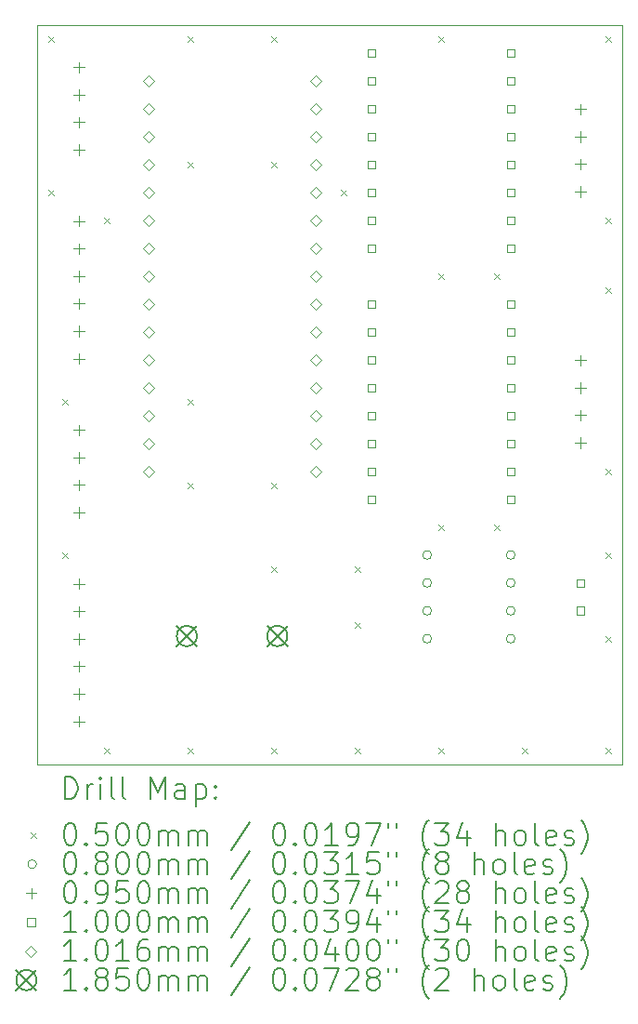
<source format=gbr>
%TF.GenerationSoftware,KiCad,Pcbnew,7.0.8*%
%TF.CreationDate,2024-02-22T02:05:16-08:00*%
%TF.ProjectId,oc_v1,6f635f76-312e-46b6-9963-61645f706362,0*%
%TF.SameCoordinates,Original*%
%TF.FileFunction,Drillmap*%
%TF.FilePolarity,Positive*%
%FSLAX45Y45*%
G04 Gerber Fmt 4.5, Leading zero omitted, Abs format (unit mm)*
G04 Created by KiCad (PCBNEW 7.0.8) date 2024-02-22 02:05:16*
%MOMM*%
%LPD*%
G01*
G04 APERTURE LIST*
%ADD10C,0.100000*%
%ADD11C,0.200000*%
%ADD12C,0.050000*%
%ADD13C,0.080000*%
%ADD14C,0.095000*%
%ADD15C,0.101600*%
%ADD16C,0.185000*%
G04 APERTURE END LIST*
D10*
X11303000Y-4699000D02*
X16637000Y-4699000D01*
X16637000Y-11430000D01*
X11303000Y-11430000D01*
X11303000Y-4699000D01*
D11*
D12*
X11405000Y-4801000D02*
X11455000Y-4851000D01*
X11455000Y-4801000D02*
X11405000Y-4851000D01*
X11405000Y-6198000D02*
X11455000Y-6248000D01*
X11455000Y-6198000D02*
X11405000Y-6248000D01*
X11532000Y-8103000D02*
X11582000Y-8153000D01*
X11582000Y-8103000D02*
X11532000Y-8153000D01*
X11532000Y-9500000D02*
X11582000Y-9550000D01*
X11582000Y-9500000D02*
X11532000Y-9550000D01*
X11913000Y-6452000D02*
X11963000Y-6502000D01*
X11963000Y-6452000D02*
X11913000Y-6502000D01*
X11913000Y-11278000D02*
X11963000Y-11328000D01*
X11963000Y-11278000D02*
X11913000Y-11328000D01*
X12675000Y-4801000D02*
X12725000Y-4851000D01*
X12725000Y-4801000D02*
X12675000Y-4851000D01*
X12675000Y-5944000D02*
X12725000Y-5994000D01*
X12725000Y-5944000D02*
X12675000Y-5994000D01*
X12675000Y-8103000D02*
X12725000Y-8153000D01*
X12725000Y-8103000D02*
X12675000Y-8153000D01*
X12675000Y-8865000D02*
X12725000Y-8915000D01*
X12725000Y-8865000D02*
X12675000Y-8915000D01*
X12675000Y-11278000D02*
X12725000Y-11328000D01*
X12725000Y-11278000D02*
X12675000Y-11328000D01*
X13437000Y-4801000D02*
X13487000Y-4851000D01*
X13487000Y-4801000D02*
X13437000Y-4851000D01*
X13437000Y-5944000D02*
X13487000Y-5994000D01*
X13487000Y-5944000D02*
X13437000Y-5994000D01*
X13437000Y-8865000D02*
X13487000Y-8915000D01*
X13487000Y-8865000D02*
X13437000Y-8915000D01*
X13437000Y-9627000D02*
X13487000Y-9677000D01*
X13487000Y-9627000D02*
X13437000Y-9677000D01*
X13437000Y-11278000D02*
X13487000Y-11328000D01*
X13487000Y-11278000D02*
X13437000Y-11328000D01*
X14072000Y-6198000D02*
X14122000Y-6248000D01*
X14122000Y-6198000D02*
X14072000Y-6248000D01*
X14199000Y-9627000D02*
X14249000Y-9677000D01*
X14249000Y-9627000D02*
X14199000Y-9677000D01*
X14199000Y-10135000D02*
X14249000Y-10185000D01*
X14249000Y-10135000D02*
X14199000Y-10185000D01*
X14199000Y-11278000D02*
X14249000Y-11328000D01*
X14249000Y-11278000D02*
X14199000Y-11328000D01*
X14961000Y-4801000D02*
X15011000Y-4851000D01*
X15011000Y-4801000D02*
X14961000Y-4851000D01*
X14961000Y-6960000D02*
X15011000Y-7010000D01*
X15011000Y-6960000D02*
X14961000Y-7010000D01*
X14961000Y-9246000D02*
X15011000Y-9296000D01*
X15011000Y-9246000D02*
X14961000Y-9296000D01*
X14961000Y-11278000D02*
X15011000Y-11328000D01*
X15011000Y-11278000D02*
X14961000Y-11328000D01*
X15469000Y-6960000D02*
X15519000Y-7010000D01*
X15519000Y-6960000D02*
X15469000Y-7010000D01*
X15469000Y-9246000D02*
X15519000Y-9296000D01*
X15519000Y-9246000D02*
X15469000Y-9296000D01*
X15723000Y-11278000D02*
X15773000Y-11328000D01*
X15773000Y-11278000D02*
X15723000Y-11328000D01*
X16485000Y-4801000D02*
X16535000Y-4851000D01*
X16535000Y-4801000D02*
X16485000Y-4851000D01*
X16485000Y-6452000D02*
X16535000Y-6502000D01*
X16535000Y-6452000D02*
X16485000Y-6502000D01*
X16485000Y-7087000D02*
X16535000Y-7137000D01*
X16535000Y-7087000D02*
X16485000Y-7137000D01*
X16485000Y-8738000D02*
X16535000Y-8788000D01*
X16535000Y-8738000D02*
X16485000Y-8788000D01*
X16485000Y-9500000D02*
X16535000Y-9550000D01*
X16535000Y-9500000D02*
X16485000Y-9550000D01*
X16485000Y-10262000D02*
X16535000Y-10312000D01*
X16535000Y-10262000D02*
X16485000Y-10312000D01*
X16485000Y-11278000D02*
X16535000Y-11328000D01*
X16535000Y-11278000D02*
X16485000Y-11328000D01*
D13*
X14899000Y-9525000D02*
G75*
G03*
X14899000Y-9525000I-40000J0D01*
G01*
X14899000Y-9779000D02*
G75*
G03*
X14899000Y-9779000I-40000J0D01*
G01*
X14899000Y-10033000D02*
G75*
G03*
X14899000Y-10033000I-40000J0D01*
G01*
X14899000Y-10287000D02*
G75*
G03*
X14899000Y-10287000I-40000J0D01*
G01*
X15661000Y-9525000D02*
G75*
G03*
X15661000Y-9525000I-40000J0D01*
G01*
X15661000Y-9779000D02*
G75*
G03*
X15661000Y-9779000I-40000J0D01*
G01*
X15661000Y-10033000D02*
G75*
G03*
X15661000Y-10033000I-40000J0D01*
G01*
X15661000Y-10287000D02*
G75*
G03*
X15661000Y-10287000I-40000J0D01*
G01*
D14*
X11684000Y-5038500D02*
X11684000Y-5133500D01*
X11636500Y-5086000D02*
X11731500Y-5086000D01*
X11684000Y-5288500D02*
X11684000Y-5383500D01*
X11636500Y-5336000D02*
X11731500Y-5336000D01*
X11684000Y-5538500D02*
X11684000Y-5633500D01*
X11636500Y-5586000D02*
X11731500Y-5586000D01*
X11684000Y-5788500D02*
X11684000Y-5883500D01*
X11636500Y-5836000D02*
X11731500Y-5836000D01*
X11684000Y-6439500D02*
X11684000Y-6534500D01*
X11636500Y-6487000D02*
X11731500Y-6487000D01*
X11684000Y-6689500D02*
X11684000Y-6784500D01*
X11636500Y-6737000D02*
X11731500Y-6737000D01*
X11684000Y-6939500D02*
X11684000Y-7034500D01*
X11636500Y-6987000D02*
X11731500Y-6987000D01*
X11684000Y-7189500D02*
X11684000Y-7284500D01*
X11636500Y-7237000D02*
X11731500Y-7237000D01*
X11684000Y-7439500D02*
X11684000Y-7534500D01*
X11636500Y-7487000D02*
X11731500Y-7487000D01*
X11684000Y-7689500D02*
X11684000Y-7784500D01*
X11636500Y-7737000D02*
X11731500Y-7737000D01*
X11684000Y-8340500D02*
X11684000Y-8435500D01*
X11636500Y-8388000D02*
X11731500Y-8388000D01*
X11684000Y-8590500D02*
X11684000Y-8685500D01*
X11636500Y-8638000D02*
X11731500Y-8638000D01*
X11684000Y-8840500D02*
X11684000Y-8935500D01*
X11636500Y-8888000D02*
X11731500Y-8888000D01*
X11684000Y-9090500D02*
X11684000Y-9185500D01*
X11636500Y-9138000D02*
X11731500Y-9138000D01*
X11684000Y-9741500D02*
X11684000Y-9836500D01*
X11636500Y-9789000D02*
X11731500Y-9789000D01*
X11684000Y-9991500D02*
X11684000Y-10086500D01*
X11636500Y-10039000D02*
X11731500Y-10039000D01*
X11684000Y-10241500D02*
X11684000Y-10336500D01*
X11636500Y-10289000D02*
X11731500Y-10289000D01*
X11684000Y-10491500D02*
X11684000Y-10586500D01*
X11636500Y-10539000D02*
X11731500Y-10539000D01*
X11684000Y-10741500D02*
X11684000Y-10836500D01*
X11636500Y-10789000D02*
X11731500Y-10789000D01*
X11684000Y-10991500D02*
X11684000Y-11086500D01*
X11636500Y-11039000D02*
X11731500Y-11039000D01*
X16256000Y-5419500D02*
X16256000Y-5514500D01*
X16208500Y-5467000D02*
X16303500Y-5467000D01*
X16256000Y-5669500D02*
X16256000Y-5764500D01*
X16208500Y-5717000D02*
X16303500Y-5717000D01*
X16256000Y-5919500D02*
X16256000Y-6014500D01*
X16208500Y-5967000D02*
X16303500Y-5967000D01*
X16256000Y-6169500D02*
X16256000Y-6264500D01*
X16208500Y-6217000D02*
X16303500Y-6217000D01*
X16256000Y-7705500D02*
X16256000Y-7800500D01*
X16208500Y-7753000D02*
X16303500Y-7753000D01*
X16256000Y-7955500D02*
X16256000Y-8050500D01*
X16208500Y-8003000D02*
X16303500Y-8003000D01*
X16256000Y-8205500D02*
X16256000Y-8300500D01*
X16208500Y-8253000D02*
X16303500Y-8253000D01*
X16256000Y-8455500D02*
X16256000Y-8550500D01*
X16208500Y-8503000D02*
X16303500Y-8503000D01*
D10*
X14386356Y-4988356D02*
X14386356Y-4917644D01*
X14315644Y-4917644D01*
X14315644Y-4988356D01*
X14386356Y-4988356D01*
X14386356Y-5242356D02*
X14386356Y-5171644D01*
X14315644Y-5171644D01*
X14315644Y-5242356D01*
X14386356Y-5242356D01*
X14386356Y-5496356D02*
X14386356Y-5425644D01*
X14315644Y-5425644D01*
X14315644Y-5496356D01*
X14386356Y-5496356D01*
X14386356Y-5750356D02*
X14386356Y-5679644D01*
X14315644Y-5679644D01*
X14315644Y-5750356D01*
X14386356Y-5750356D01*
X14386356Y-6004356D02*
X14386356Y-5933644D01*
X14315644Y-5933644D01*
X14315644Y-6004356D01*
X14386356Y-6004356D01*
X14386356Y-6258356D02*
X14386356Y-6187644D01*
X14315644Y-6187644D01*
X14315644Y-6258356D01*
X14386356Y-6258356D01*
X14386356Y-6512356D02*
X14386356Y-6441644D01*
X14315644Y-6441644D01*
X14315644Y-6512356D01*
X14386356Y-6512356D01*
X14386356Y-6766356D02*
X14386356Y-6695644D01*
X14315644Y-6695644D01*
X14315644Y-6766356D01*
X14386356Y-6766356D01*
X14386356Y-7274356D02*
X14386356Y-7203644D01*
X14315644Y-7203644D01*
X14315644Y-7274356D01*
X14386356Y-7274356D01*
X14386356Y-7528356D02*
X14386356Y-7457644D01*
X14315644Y-7457644D01*
X14315644Y-7528356D01*
X14386356Y-7528356D01*
X14386356Y-7782356D02*
X14386356Y-7711644D01*
X14315644Y-7711644D01*
X14315644Y-7782356D01*
X14386356Y-7782356D01*
X14386356Y-8036356D02*
X14386356Y-7965644D01*
X14315644Y-7965644D01*
X14315644Y-8036356D01*
X14386356Y-8036356D01*
X14386356Y-8290356D02*
X14386356Y-8219644D01*
X14315644Y-8219644D01*
X14315644Y-8290356D01*
X14386356Y-8290356D01*
X14386356Y-8544356D02*
X14386356Y-8473644D01*
X14315644Y-8473644D01*
X14315644Y-8544356D01*
X14386356Y-8544356D01*
X14386356Y-8798356D02*
X14386356Y-8727644D01*
X14315644Y-8727644D01*
X14315644Y-8798356D01*
X14386356Y-8798356D01*
X14386356Y-9052356D02*
X14386356Y-8981644D01*
X14315644Y-8981644D01*
X14315644Y-9052356D01*
X14386356Y-9052356D01*
X15656356Y-4988356D02*
X15656356Y-4917644D01*
X15585644Y-4917644D01*
X15585644Y-4988356D01*
X15656356Y-4988356D01*
X15656356Y-5242356D02*
X15656356Y-5171644D01*
X15585644Y-5171644D01*
X15585644Y-5242356D01*
X15656356Y-5242356D01*
X15656356Y-5496356D02*
X15656356Y-5425644D01*
X15585644Y-5425644D01*
X15585644Y-5496356D01*
X15656356Y-5496356D01*
X15656356Y-5750356D02*
X15656356Y-5679644D01*
X15585644Y-5679644D01*
X15585644Y-5750356D01*
X15656356Y-5750356D01*
X15656356Y-6004356D02*
X15656356Y-5933644D01*
X15585644Y-5933644D01*
X15585644Y-6004356D01*
X15656356Y-6004356D01*
X15656356Y-6258356D02*
X15656356Y-6187644D01*
X15585644Y-6187644D01*
X15585644Y-6258356D01*
X15656356Y-6258356D01*
X15656356Y-6512356D02*
X15656356Y-6441644D01*
X15585644Y-6441644D01*
X15585644Y-6512356D01*
X15656356Y-6512356D01*
X15656356Y-6766356D02*
X15656356Y-6695644D01*
X15585644Y-6695644D01*
X15585644Y-6766356D01*
X15656356Y-6766356D01*
X15656356Y-7274356D02*
X15656356Y-7203644D01*
X15585644Y-7203644D01*
X15585644Y-7274356D01*
X15656356Y-7274356D01*
X15656356Y-7528356D02*
X15656356Y-7457644D01*
X15585644Y-7457644D01*
X15585644Y-7528356D01*
X15656356Y-7528356D01*
X15656356Y-7782356D02*
X15656356Y-7711644D01*
X15585644Y-7711644D01*
X15585644Y-7782356D01*
X15656356Y-7782356D01*
X15656356Y-8036356D02*
X15656356Y-7965644D01*
X15585644Y-7965644D01*
X15585644Y-8036356D01*
X15656356Y-8036356D01*
X15656356Y-8290356D02*
X15656356Y-8219644D01*
X15585644Y-8219644D01*
X15585644Y-8290356D01*
X15656356Y-8290356D01*
X15656356Y-8544356D02*
X15656356Y-8473644D01*
X15585644Y-8473644D01*
X15585644Y-8544356D01*
X15656356Y-8544356D01*
X15656356Y-8798356D02*
X15656356Y-8727644D01*
X15585644Y-8727644D01*
X15585644Y-8798356D01*
X15656356Y-8798356D01*
X15656356Y-9052356D02*
X15656356Y-8981644D01*
X15585644Y-8981644D01*
X15585644Y-9052356D01*
X15656356Y-9052356D01*
X16291356Y-9816356D02*
X16291356Y-9745644D01*
X16220644Y-9745644D01*
X16220644Y-9816356D01*
X16291356Y-9816356D01*
X16291356Y-10066356D02*
X16291356Y-9995644D01*
X16220644Y-9995644D01*
X16220644Y-10066356D01*
X16291356Y-10066356D01*
D15*
X12319000Y-5257800D02*
X12369800Y-5207000D01*
X12319000Y-5156200D01*
X12268200Y-5207000D01*
X12319000Y-5257800D01*
X12319000Y-5511800D02*
X12369800Y-5461000D01*
X12319000Y-5410200D01*
X12268200Y-5461000D01*
X12319000Y-5511800D01*
X12319000Y-5765800D02*
X12369800Y-5715000D01*
X12319000Y-5664200D01*
X12268200Y-5715000D01*
X12319000Y-5765800D01*
X12319000Y-6019800D02*
X12369800Y-5969000D01*
X12319000Y-5918200D01*
X12268200Y-5969000D01*
X12319000Y-6019800D01*
X12319000Y-6273800D02*
X12369800Y-6223000D01*
X12319000Y-6172200D01*
X12268200Y-6223000D01*
X12319000Y-6273800D01*
X12319000Y-6527800D02*
X12369800Y-6477000D01*
X12319000Y-6426200D01*
X12268200Y-6477000D01*
X12319000Y-6527800D01*
X12319000Y-6781800D02*
X12369800Y-6731000D01*
X12319000Y-6680200D01*
X12268200Y-6731000D01*
X12319000Y-6781800D01*
X12319000Y-7035800D02*
X12369800Y-6985000D01*
X12319000Y-6934200D01*
X12268200Y-6985000D01*
X12319000Y-7035800D01*
X12319000Y-7289800D02*
X12369800Y-7239000D01*
X12319000Y-7188200D01*
X12268200Y-7239000D01*
X12319000Y-7289800D01*
X12319000Y-7543800D02*
X12369800Y-7493000D01*
X12319000Y-7442200D01*
X12268200Y-7493000D01*
X12319000Y-7543800D01*
X12319000Y-7797800D02*
X12369800Y-7747000D01*
X12319000Y-7696200D01*
X12268200Y-7747000D01*
X12319000Y-7797800D01*
X12319000Y-8051800D02*
X12369800Y-8001000D01*
X12319000Y-7950200D01*
X12268200Y-8001000D01*
X12319000Y-8051800D01*
X12319000Y-8305800D02*
X12369800Y-8255000D01*
X12319000Y-8204200D01*
X12268200Y-8255000D01*
X12319000Y-8305800D01*
X12319000Y-8559800D02*
X12369800Y-8509000D01*
X12319000Y-8458200D01*
X12268200Y-8509000D01*
X12319000Y-8559800D01*
X12319000Y-8813800D02*
X12369800Y-8763000D01*
X12319000Y-8712200D01*
X12268200Y-8763000D01*
X12319000Y-8813800D01*
X13843000Y-5257800D02*
X13893800Y-5207000D01*
X13843000Y-5156200D01*
X13792200Y-5207000D01*
X13843000Y-5257800D01*
X13843000Y-5511800D02*
X13893800Y-5461000D01*
X13843000Y-5410200D01*
X13792200Y-5461000D01*
X13843000Y-5511800D01*
X13843000Y-5765800D02*
X13893800Y-5715000D01*
X13843000Y-5664200D01*
X13792200Y-5715000D01*
X13843000Y-5765800D01*
X13843000Y-6019800D02*
X13893800Y-5969000D01*
X13843000Y-5918200D01*
X13792200Y-5969000D01*
X13843000Y-6019800D01*
X13843000Y-6273800D02*
X13893800Y-6223000D01*
X13843000Y-6172200D01*
X13792200Y-6223000D01*
X13843000Y-6273800D01*
X13843000Y-6527800D02*
X13893800Y-6477000D01*
X13843000Y-6426200D01*
X13792200Y-6477000D01*
X13843000Y-6527800D01*
X13843000Y-6781800D02*
X13893800Y-6731000D01*
X13843000Y-6680200D01*
X13792200Y-6731000D01*
X13843000Y-6781800D01*
X13843000Y-7035800D02*
X13893800Y-6985000D01*
X13843000Y-6934200D01*
X13792200Y-6985000D01*
X13843000Y-7035800D01*
X13843000Y-7289800D02*
X13893800Y-7239000D01*
X13843000Y-7188200D01*
X13792200Y-7239000D01*
X13843000Y-7289800D01*
X13843000Y-7543800D02*
X13893800Y-7493000D01*
X13843000Y-7442200D01*
X13792200Y-7493000D01*
X13843000Y-7543800D01*
X13843000Y-7797800D02*
X13893800Y-7747000D01*
X13843000Y-7696200D01*
X13792200Y-7747000D01*
X13843000Y-7797800D01*
X13843000Y-8051800D02*
X13893800Y-8001000D01*
X13843000Y-7950200D01*
X13792200Y-8001000D01*
X13843000Y-8051800D01*
X13843000Y-8305800D02*
X13893800Y-8255000D01*
X13843000Y-8204200D01*
X13792200Y-8255000D01*
X13843000Y-8305800D01*
X13843000Y-8559800D02*
X13893800Y-8509000D01*
X13843000Y-8458200D01*
X13792200Y-8509000D01*
X13843000Y-8559800D01*
X13843000Y-8813800D02*
X13893800Y-8763000D01*
X13843000Y-8712200D01*
X13792200Y-8763000D01*
X13843000Y-8813800D01*
D16*
X12576000Y-10170500D02*
X12761000Y-10355500D01*
X12761000Y-10170500D02*
X12576000Y-10355500D01*
X12761000Y-10263000D02*
G75*
G03*
X12761000Y-10263000I-92500J0D01*
G01*
X13401000Y-10170500D02*
X13586000Y-10355500D01*
X13586000Y-10170500D02*
X13401000Y-10355500D01*
X13586000Y-10263000D02*
G75*
G03*
X13586000Y-10263000I-92500J0D01*
G01*
D11*
X11558777Y-11746484D02*
X11558777Y-11546484D01*
X11558777Y-11546484D02*
X11606396Y-11546484D01*
X11606396Y-11546484D02*
X11634967Y-11556008D01*
X11634967Y-11556008D02*
X11654015Y-11575055D01*
X11654015Y-11575055D02*
X11663539Y-11594103D01*
X11663539Y-11594103D02*
X11673062Y-11632198D01*
X11673062Y-11632198D02*
X11673062Y-11660769D01*
X11673062Y-11660769D02*
X11663539Y-11698865D01*
X11663539Y-11698865D02*
X11654015Y-11717912D01*
X11654015Y-11717912D02*
X11634967Y-11736960D01*
X11634967Y-11736960D02*
X11606396Y-11746484D01*
X11606396Y-11746484D02*
X11558777Y-11746484D01*
X11758777Y-11746484D02*
X11758777Y-11613150D01*
X11758777Y-11651246D02*
X11768301Y-11632198D01*
X11768301Y-11632198D02*
X11777824Y-11622674D01*
X11777824Y-11622674D02*
X11796872Y-11613150D01*
X11796872Y-11613150D02*
X11815920Y-11613150D01*
X11882586Y-11746484D02*
X11882586Y-11613150D01*
X11882586Y-11546484D02*
X11873062Y-11556008D01*
X11873062Y-11556008D02*
X11882586Y-11565531D01*
X11882586Y-11565531D02*
X11892110Y-11556008D01*
X11892110Y-11556008D02*
X11882586Y-11546484D01*
X11882586Y-11546484D02*
X11882586Y-11565531D01*
X12006396Y-11746484D02*
X11987348Y-11736960D01*
X11987348Y-11736960D02*
X11977824Y-11717912D01*
X11977824Y-11717912D02*
X11977824Y-11546484D01*
X12111158Y-11746484D02*
X12092110Y-11736960D01*
X12092110Y-11736960D02*
X12082586Y-11717912D01*
X12082586Y-11717912D02*
X12082586Y-11546484D01*
X12339729Y-11746484D02*
X12339729Y-11546484D01*
X12339729Y-11546484D02*
X12406396Y-11689341D01*
X12406396Y-11689341D02*
X12473062Y-11546484D01*
X12473062Y-11546484D02*
X12473062Y-11746484D01*
X12654015Y-11746484D02*
X12654015Y-11641722D01*
X12654015Y-11641722D02*
X12644491Y-11622674D01*
X12644491Y-11622674D02*
X12625443Y-11613150D01*
X12625443Y-11613150D02*
X12587348Y-11613150D01*
X12587348Y-11613150D02*
X12568301Y-11622674D01*
X12654015Y-11736960D02*
X12634967Y-11746484D01*
X12634967Y-11746484D02*
X12587348Y-11746484D01*
X12587348Y-11746484D02*
X12568301Y-11736960D01*
X12568301Y-11736960D02*
X12558777Y-11717912D01*
X12558777Y-11717912D02*
X12558777Y-11698865D01*
X12558777Y-11698865D02*
X12568301Y-11679817D01*
X12568301Y-11679817D02*
X12587348Y-11670293D01*
X12587348Y-11670293D02*
X12634967Y-11670293D01*
X12634967Y-11670293D02*
X12654015Y-11660769D01*
X12749253Y-11613150D02*
X12749253Y-11813150D01*
X12749253Y-11622674D02*
X12768301Y-11613150D01*
X12768301Y-11613150D02*
X12806396Y-11613150D01*
X12806396Y-11613150D02*
X12825443Y-11622674D01*
X12825443Y-11622674D02*
X12834967Y-11632198D01*
X12834967Y-11632198D02*
X12844491Y-11651246D01*
X12844491Y-11651246D02*
X12844491Y-11708388D01*
X12844491Y-11708388D02*
X12834967Y-11727436D01*
X12834967Y-11727436D02*
X12825443Y-11736960D01*
X12825443Y-11736960D02*
X12806396Y-11746484D01*
X12806396Y-11746484D02*
X12768301Y-11746484D01*
X12768301Y-11746484D02*
X12749253Y-11736960D01*
X12930205Y-11727436D02*
X12939729Y-11736960D01*
X12939729Y-11736960D02*
X12930205Y-11746484D01*
X12930205Y-11746484D02*
X12920682Y-11736960D01*
X12920682Y-11736960D02*
X12930205Y-11727436D01*
X12930205Y-11727436D02*
X12930205Y-11746484D01*
X12930205Y-11622674D02*
X12939729Y-11632198D01*
X12939729Y-11632198D02*
X12930205Y-11641722D01*
X12930205Y-11641722D02*
X12920682Y-11632198D01*
X12920682Y-11632198D02*
X12930205Y-11622674D01*
X12930205Y-11622674D02*
X12930205Y-11641722D01*
D12*
X11248000Y-12050000D02*
X11298000Y-12100000D01*
X11298000Y-12050000D02*
X11248000Y-12100000D01*
D11*
X11596872Y-11966484D02*
X11615920Y-11966484D01*
X11615920Y-11966484D02*
X11634967Y-11976008D01*
X11634967Y-11976008D02*
X11644491Y-11985531D01*
X11644491Y-11985531D02*
X11654015Y-12004579D01*
X11654015Y-12004579D02*
X11663539Y-12042674D01*
X11663539Y-12042674D02*
X11663539Y-12090293D01*
X11663539Y-12090293D02*
X11654015Y-12128388D01*
X11654015Y-12128388D02*
X11644491Y-12147436D01*
X11644491Y-12147436D02*
X11634967Y-12156960D01*
X11634967Y-12156960D02*
X11615920Y-12166484D01*
X11615920Y-12166484D02*
X11596872Y-12166484D01*
X11596872Y-12166484D02*
X11577824Y-12156960D01*
X11577824Y-12156960D02*
X11568301Y-12147436D01*
X11568301Y-12147436D02*
X11558777Y-12128388D01*
X11558777Y-12128388D02*
X11549253Y-12090293D01*
X11549253Y-12090293D02*
X11549253Y-12042674D01*
X11549253Y-12042674D02*
X11558777Y-12004579D01*
X11558777Y-12004579D02*
X11568301Y-11985531D01*
X11568301Y-11985531D02*
X11577824Y-11976008D01*
X11577824Y-11976008D02*
X11596872Y-11966484D01*
X11749253Y-12147436D02*
X11758777Y-12156960D01*
X11758777Y-12156960D02*
X11749253Y-12166484D01*
X11749253Y-12166484D02*
X11739729Y-12156960D01*
X11739729Y-12156960D02*
X11749253Y-12147436D01*
X11749253Y-12147436D02*
X11749253Y-12166484D01*
X11939729Y-11966484D02*
X11844491Y-11966484D01*
X11844491Y-11966484D02*
X11834967Y-12061722D01*
X11834967Y-12061722D02*
X11844491Y-12052198D01*
X11844491Y-12052198D02*
X11863539Y-12042674D01*
X11863539Y-12042674D02*
X11911158Y-12042674D01*
X11911158Y-12042674D02*
X11930205Y-12052198D01*
X11930205Y-12052198D02*
X11939729Y-12061722D01*
X11939729Y-12061722D02*
X11949253Y-12080769D01*
X11949253Y-12080769D02*
X11949253Y-12128388D01*
X11949253Y-12128388D02*
X11939729Y-12147436D01*
X11939729Y-12147436D02*
X11930205Y-12156960D01*
X11930205Y-12156960D02*
X11911158Y-12166484D01*
X11911158Y-12166484D02*
X11863539Y-12166484D01*
X11863539Y-12166484D02*
X11844491Y-12156960D01*
X11844491Y-12156960D02*
X11834967Y-12147436D01*
X12073062Y-11966484D02*
X12092110Y-11966484D01*
X12092110Y-11966484D02*
X12111158Y-11976008D01*
X12111158Y-11976008D02*
X12120682Y-11985531D01*
X12120682Y-11985531D02*
X12130205Y-12004579D01*
X12130205Y-12004579D02*
X12139729Y-12042674D01*
X12139729Y-12042674D02*
X12139729Y-12090293D01*
X12139729Y-12090293D02*
X12130205Y-12128388D01*
X12130205Y-12128388D02*
X12120682Y-12147436D01*
X12120682Y-12147436D02*
X12111158Y-12156960D01*
X12111158Y-12156960D02*
X12092110Y-12166484D01*
X12092110Y-12166484D02*
X12073062Y-12166484D01*
X12073062Y-12166484D02*
X12054015Y-12156960D01*
X12054015Y-12156960D02*
X12044491Y-12147436D01*
X12044491Y-12147436D02*
X12034967Y-12128388D01*
X12034967Y-12128388D02*
X12025443Y-12090293D01*
X12025443Y-12090293D02*
X12025443Y-12042674D01*
X12025443Y-12042674D02*
X12034967Y-12004579D01*
X12034967Y-12004579D02*
X12044491Y-11985531D01*
X12044491Y-11985531D02*
X12054015Y-11976008D01*
X12054015Y-11976008D02*
X12073062Y-11966484D01*
X12263539Y-11966484D02*
X12282586Y-11966484D01*
X12282586Y-11966484D02*
X12301634Y-11976008D01*
X12301634Y-11976008D02*
X12311158Y-11985531D01*
X12311158Y-11985531D02*
X12320682Y-12004579D01*
X12320682Y-12004579D02*
X12330205Y-12042674D01*
X12330205Y-12042674D02*
X12330205Y-12090293D01*
X12330205Y-12090293D02*
X12320682Y-12128388D01*
X12320682Y-12128388D02*
X12311158Y-12147436D01*
X12311158Y-12147436D02*
X12301634Y-12156960D01*
X12301634Y-12156960D02*
X12282586Y-12166484D01*
X12282586Y-12166484D02*
X12263539Y-12166484D01*
X12263539Y-12166484D02*
X12244491Y-12156960D01*
X12244491Y-12156960D02*
X12234967Y-12147436D01*
X12234967Y-12147436D02*
X12225443Y-12128388D01*
X12225443Y-12128388D02*
X12215920Y-12090293D01*
X12215920Y-12090293D02*
X12215920Y-12042674D01*
X12215920Y-12042674D02*
X12225443Y-12004579D01*
X12225443Y-12004579D02*
X12234967Y-11985531D01*
X12234967Y-11985531D02*
X12244491Y-11976008D01*
X12244491Y-11976008D02*
X12263539Y-11966484D01*
X12415920Y-12166484D02*
X12415920Y-12033150D01*
X12415920Y-12052198D02*
X12425443Y-12042674D01*
X12425443Y-12042674D02*
X12444491Y-12033150D01*
X12444491Y-12033150D02*
X12473063Y-12033150D01*
X12473063Y-12033150D02*
X12492110Y-12042674D01*
X12492110Y-12042674D02*
X12501634Y-12061722D01*
X12501634Y-12061722D02*
X12501634Y-12166484D01*
X12501634Y-12061722D02*
X12511158Y-12042674D01*
X12511158Y-12042674D02*
X12530205Y-12033150D01*
X12530205Y-12033150D02*
X12558777Y-12033150D01*
X12558777Y-12033150D02*
X12577824Y-12042674D01*
X12577824Y-12042674D02*
X12587348Y-12061722D01*
X12587348Y-12061722D02*
X12587348Y-12166484D01*
X12682586Y-12166484D02*
X12682586Y-12033150D01*
X12682586Y-12052198D02*
X12692110Y-12042674D01*
X12692110Y-12042674D02*
X12711158Y-12033150D01*
X12711158Y-12033150D02*
X12739729Y-12033150D01*
X12739729Y-12033150D02*
X12758777Y-12042674D01*
X12758777Y-12042674D02*
X12768301Y-12061722D01*
X12768301Y-12061722D02*
X12768301Y-12166484D01*
X12768301Y-12061722D02*
X12777824Y-12042674D01*
X12777824Y-12042674D02*
X12796872Y-12033150D01*
X12796872Y-12033150D02*
X12825443Y-12033150D01*
X12825443Y-12033150D02*
X12844491Y-12042674D01*
X12844491Y-12042674D02*
X12854015Y-12061722D01*
X12854015Y-12061722D02*
X12854015Y-12166484D01*
X13244491Y-11956960D02*
X13073063Y-12214103D01*
X13501634Y-11966484D02*
X13520682Y-11966484D01*
X13520682Y-11966484D02*
X13539729Y-11976008D01*
X13539729Y-11976008D02*
X13549253Y-11985531D01*
X13549253Y-11985531D02*
X13558777Y-12004579D01*
X13558777Y-12004579D02*
X13568301Y-12042674D01*
X13568301Y-12042674D02*
X13568301Y-12090293D01*
X13568301Y-12090293D02*
X13558777Y-12128388D01*
X13558777Y-12128388D02*
X13549253Y-12147436D01*
X13549253Y-12147436D02*
X13539729Y-12156960D01*
X13539729Y-12156960D02*
X13520682Y-12166484D01*
X13520682Y-12166484D02*
X13501634Y-12166484D01*
X13501634Y-12166484D02*
X13482586Y-12156960D01*
X13482586Y-12156960D02*
X13473063Y-12147436D01*
X13473063Y-12147436D02*
X13463539Y-12128388D01*
X13463539Y-12128388D02*
X13454015Y-12090293D01*
X13454015Y-12090293D02*
X13454015Y-12042674D01*
X13454015Y-12042674D02*
X13463539Y-12004579D01*
X13463539Y-12004579D02*
X13473063Y-11985531D01*
X13473063Y-11985531D02*
X13482586Y-11976008D01*
X13482586Y-11976008D02*
X13501634Y-11966484D01*
X13654015Y-12147436D02*
X13663539Y-12156960D01*
X13663539Y-12156960D02*
X13654015Y-12166484D01*
X13654015Y-12166484D02*
X13644491Y-12156960D01*
X13644491Y-12156960D02*
X13654015Y-12147436D01*
X13654015Y-12147436D02*
X13654015Y-12166484D01*
X13787348Y-11966484D02*
X13806396Y-11966484D01*
X13806396Y-11966484D02*
X13825444Y-11976008D01*
X13825444Y-11976008D02*
X13834967Y-11985531D01*
X13834967Y-11985531D02*
X13844491Y-12004579D01*
X13844491Y-12004579D02*
X13854015Y-12042674D01*
X13854015Y-12042674D02*
X13854015Y-12090293D01*
X13854015Y-12090293D02*
X13844491Y-12128388D01*
X13844491Y-12128388D02*
X13834967Y-12147436D01*
X13834967Y-12147436D02*
X13825444Y-12156960D01*
X13825444Y-12156960D02*
X13806396Y-12166484D01*
X13806396Y-12166484D02*
X13787348Y-12166484D01*
X13787348Y-12166484D02*
X13768301Y-12156960D01*
X13768301Y-12156960D02*
X13758777Y-12147436D01*
X13758777Y-12147436D02*
X13749253Y-12128388D01*
X13749253Y-12128388D02*
X13739729Y-12090293D01*
X13739729Y-12090293D02*
X13739729Y-12042674D01*
X13739729Y-12042674D02*
X13749253Y-12004579D01*
X13749253Y-12004579D02*
X13758777Y-11985531D01*
X13758777Y-11985531D02*
X13768301Y-11976008D01*
X13768301Y-11976008D02*
X13787348Y-11966484D01*
X14044491Y-12166484D02*
X13930206Y-12166484D01*
X13987348Y-12166484D02*
X13987348Y-11966484D01*
X13987348Y-11966484D02*
X13968301Y-11995055D01*
X13968301Y-11995055D02*
X13949253Y-12014103D01*
X13949253Y-12014103D02*
X13930206Y-12023627D01*
X14139729Y-12166484D02*
X14177825Y-12166484D01*
X14177825Y-12166484D02*
X14196872Y-12156960D01*
X14196872Y-12156960D02*
X14206396Y-12147436D01*
X14206396Y-12147436D02*
X14225444Y-12118865D01*
X14225444Y-12118865D02*
X14234967Y-12080769D01*
X14234967Y-12080769D02*
X14234967Y-12004579D01*
X14234967Y-12004579D02*
X14225444Y-11985531D01*
X14225444Y-11985531D02*
X14215920Y-11976008D01*
X14215920Y-11976008D02*
X14196872Y-11966484D01*
X14196872Y-11966484D02*
X14158777Y-11966484D01*
X14158777Y-11966484D02*
X14139729Y-11976008D01*
X14139729Y-11976008D02*
X14130206Y-11985531D01*
X14130206Y-11985531D02*
X14120682Y-12004579D01*
X14120682Y-12004579D02*
X14120682Y-12052198D01*
X14120682Y-12052198D02*
X14130206Y-12071246D01*
X14130206Y-12071246D02*
X14139729Y-12080769D01*
X14139729Y-12080769D02*
X14158777Y-12090293D01*
X14158777Y-12090293D02*
X14196872Y-12090293D01*
X14196872Y-12090293D02*
X14215920Y-12080769D01*
X14215920Y-12080769D02*
X14225444Y-12071246D01*
X14225444Y-12071246D02*
X14234967Y-12052198D01*
X14301634Y-11966484D02*
X14434967Y-11966484D01*
X14434967Y-11966484D02*
X14349253Y-12166484D01*
X14501634Y-11966484D02*
X14501634Y-12004579D01*
X14577825Y-11966484D02*
X14577825Y-12004579D01*
X14873063Y-12242674D02*
X14863539Y-12233150D01*
X14863539Y-12233150D02*
X14844491Y-12204579D01*
X14844491Y-12204579D02*
X14834968Y-12185531D01*
X14834968Y-12185531D02*
X14825444Y-12156960D01*
X14825444Y-12156960D02*
X14815920Y-12109341D01*
X14815920Y-12109341D02*
X14815920Y-12071246D01*
X14815920Y-12071246D02*
X14825444Y-12023627D01*
X14825444Y-12023627D02*
X14834968Y-11995055D01*
X14834968Y-11995055D02*
X14844491Y-11976008D01*
X14844491Y-11976008D02*
X14863539Y-11947436D01*
X14863539Y-11947436D02*
X14873063Y-11937912D01*
X14930206Y-11966484D02*
X15054015Y-11966484D01*
X15054015Y-11966484D02*
X14987348Y-12042674D01*
X14987348Y-12042674D02*
X15015920Y-12042674D01*
X15015920Y-12042674D02*
X15034968Y-12052198D01*
X15034968Y-12052198D02*
X15044491Y-12061722D01*
X15044491Y-12061722D02*
X15054015Y-12080769D01*
X15054015Y-12080769D02*
X15054015Y-12128388D01*
X15054015Y-12128388D02*
X15044491Y-12147436D01*
X15044491Y-12147436D02*
X15034968Y-12156960D01*
X15034968Y-12156960D02*
X15015920Y-12166484D01*
X15015920Y-12166484D02*
X14958777Y-12166484D01*
X14958777Y-12166484D02*
X14939729Y-12156960D01*
X14939729Y-12156960D02*
X14930206Y-12147436D01*
X15225444Y-12033150D02*
X15225444Y-12166484D01*
X15177825Y-11956960D02*
X15130206Y-12099817D01*
X15130206Y-12099817D02*
X15254015Y-12099817D01*
X15482587Y-12166484D02*
X15482587Y-11966484D01*
X15568301Y-12166484D02*
X15568301Y-12061722D01*
X15568301Y-12061722D02*
X15558777Y-12042674D01*
X15558777Y-12042674D02*
X15539730Y-12033150D01*
X15539730Y-12033150D02*
X15511158Y-12033150D01*
X15511158Y-12033150D02*
X15492110Y-12042674D01*
X15492110Y-12042674D02*
X15482587Y-12052198D01*
X15692110Y-12166484D02*
X15673063Y-12156960D01*
X15673063Y-12156960D02*
X15663539Y-12147436D01*
X15663539Y-12147436D02*
X15654015Y-12128388D01*
X15654015Y-12128388D02*
X15654015Y-12071246D01*
X15654015Y-12071246D02*
X15663539Y-12052198D01*
X15663539Y-12052198D02*
X15673063Y-12042674D01*
X15673063Y-12042674D02*
X15692110Y-12033150D01*
X15692110Y-12033150D02*
X15720682Y-12033150D01*
X15720682Y-12033150D02*
X15739730Y-12042674D01*
X15739730Y-12042674D02*
X15749253Y-12052198D01*
X15749253Y-12052198D02*
X15758777Y-12071246D01*
X15758777Y-12071246D02*
X15758777Y-12128388D01*
X15758777Y-12128388D02*
X15749253Y-12147436D01*
X15749253Y-12147436D02*
X15739730Y-12156960D01*
X15739730Y-12156960D02*
X15720682Y-12166484D01*
X15720682Y-12166484D02*
X15692110Y-12166484D01*
X15873063Y-12166484D02*
X15854015Y-12156960D01*
X15854015Y-12156960D02*
X15844491Y-12137912D01*
X15844491Y-12137912D02*
X15844491Y-11966484D01*
X16025444Y-12156960D02*
X16006396Y-12166484D01*
X16006396Y-12166484D02*
X15968301Y-12166484D01*
X15968301Y-12166484D02*
X15949253Y-12156960D01*
X15949253Y-12156960D02*
X15939730Y-12137912D01*
X15939730Y-12137912D02*
X15939730Y-12061722D01*
X15939730Y-12061722D02*
X15949253Y-12042674D01*
X15949253Y-12042674D02*
X15968301Y-12033150D01*
X15968301Y-12033150D02*
X16006396Y-12033150D01*
X16006396Y-12033150D02*
X16025444Y-12042674D01*
X16025444Y-12042674D02*
X16034968Y-12061722D01*
X16034968Y-12061722D02*
X16034968Y-12080769D01*
X16034968Y-12080769D02*
X15939730Y-12099817D01*
X16111158Y-12156960D02*
X16130206Y-12166484D01*
X16130206Y-12166484D02*
X16168301Y-12166484D01*
X16168301Y-12166484D02*
X16187349Y-12156960D01*
X16187349Y-12156960D02*
X16196872Y-12137912D01*
X16196872Y-12137912D02*
X16196872Y-12128388D01*
X16196872Y-12128388D02*
X16187349Y-12109341D01*
X16187349Y-12109341D02*
X16168301Y-12099817D01*
X16168301Y-12099817D02*
X16139730Y-12099817D01*
X16139730Y-12099817D02*
X16120682Y-12090293D01*
X16120682Y-12090293D02*
X16111158Y-12071246D01*
X16111158Y-12071246D02*
X16111158Y-12061722D01*
X16111158Y-12061722D02*
X16120682Y-12042674D01*
X16120682Y-12042674D02*
X16139730Y-12033150D01*
X16139730Y-12033150D02*
X16168301Y-12033150D01*
X16168301Y-12033150D02*
X16187349Y-12042674D01*
X16263539Y-12242674D02*
X16273063Y-12233150D01*
X16273063Y-12233150D02*
X16292111Y-12204579D01*
X16292111Y-12204579D02*
X16301634Y-12185531D01*
X16301634Y-12185531D02*
X16311158Y-12156960D01*
X16311158Y-12156960D02*
X16320682Y-12109341D01*
X16320682Y-12109341D02*
X16320682Y-12071246D01*
X16320682Y-12071246D02*
X16311158Y-12023627D01*
X16311158Y-12023627D02*
X16301634Y-11995055D01*
X16301634Y-11995055D02*
X16292111Y-11976008D01*
X16292111Y-11976008D02*
X16273063Y-11947436D01*
X16273063Y-11947436D02*
X16263539Y-11937912D01*
D13*
X11298000Y-12339000D02*
G75*
G03*
X11298000Y-12339000I-40000J0D01*
G01*
D11*
X11596872Y-12230484D02*
X11615920Y-12230484D01*
X11615920Y-12230484D02*
X11634967Y-12240008D01*
X11634967Y-12240008D02*
X11644491Y-12249531D01*
X11644491Y-12249531D02*
X11654015Y-12268579D01*
X11654015Y-12268579D02*
X11663539Y-12306674D01*
X11663539Y-12306674D02*
X11663539Y-12354293D01*
X11663539Y-12354293D02*
X11654015Y-12392388D01*
X11654015Y-12392388D02*
X11644491Y-12411436D01*
X11644491Y-12411436D02*
X11634967Y-12420960D01*
X11634967Y-12420960D02*
X11615920Y-12430484D01*
X11615920Y-12430484D02*
X11596872Y-12430484D01*
X11596872Y-12430484D02*
X11577824Y-12420960D01*
X11577824Y-12420960D02*
X11568301Y-12411436D01*
X11568301Y-12411436D02*
X11558777Y-12392388D01*
X11558777Y-12392388D02*
X11549253Y-12354293D01*
X11549253Y-12354293D02*
X11549253Y-12306674D01*
X11549253Y-12306674D02*
X11558777Y-12268579D01*
X11558777Y-12268579D02*
X11568301Y-12249531D01*
X11568301Y-12249531D02*
X11577824Y-12240008D01*
X11577824Y-12240008D02*
X11596872Y-12230484D01*
X11749253Y-12411436D02*
X11758777Y-12420960D01*
X11758777Y-12420960D02*
X11749253Y-12430484D01*
X11749253Y-12430484D02*
X11739729Y-12420960D01*
X11739729Y-12420960D02*
X11749253Y-12411436D01*
X11749253Y-12411436D02*
X11749253Y-12430484D01*
X11873062Y-12316198D02*
X11854015Y-12306674D01*
X11854015Y-12306674D02*
X11844491Y-12297150D01*
X11844491Y-12297150D02*
X11834967Y-12278103D01*
X11834967Y-12278103D02*
X11834967Y-12268579D01*
X11834967Y-12268579D02*
X11844491Y-12249531D01*
X11844491Y-12249531D02*
X11854015Y-12240008D01*
X11854015Y-12240008D02*
X11873062Y-12230484D01*
X11873062Y-12230484D02*
X11911158Y-12230484D01*
X11911158Y-12230484D02*
X11930205Y-12240008D01*
X11930205Y-12240008D02*
X11939729Y-12249531D01*
X11939729Y-12249531D02*
X11949253Y-12268579D01*
X11949253Y-12268579D02*
X11949253Y-12278103D01*
X11949253Y-12278103D02*
X11939729Y-12297150D01*
X11939729Y-12297150D02*
X11930205Y-12306674D01*
X11930205Y-12306674D02*
X11911158Y-12316198D01*
X11911158Y-12316198D02*
X11873062Y-12316198D01*
X11873062Y-12316198D02*
X11854015Y-12325722D01*
X11854015Y-12325722D02*
X11844491Y-12335246D01*
X11844491Y-12335246D02*
X11834967Y-12354293D01*
X11834967Y-12354293D02*
X11834967Y-12392388D01*
X11834967Y-12392388D02*
X11844491Y-12411436D01*
X11844491Y-12411436D02*
X11854015Y-12420960D01*
X11854015Y-12420960D02*
X11873062Y-12430484D01*
X11873062Y-12430484D02*
X11911158Y-12430484D01*
X11911158Y-12430484D02*
X11930205Y-12420960D01*
X11930205Y-12420960D02*
X11939729Y-12411436D01*
X11939729Y-12411436D02*
X11949253Y-12392388D01*
X11949253Y-12392388D02*
X11949253Y-12354293D01*
X11949253Y-12354293D02*
X11939729Y-12335246D01*
X11939729Y-12335246D02*
X11930205Y-12325722D01*
X11930205Y-12325722D02*
X11911158Y-12316198D01*
X12073062Y-12230484D02*
X12092110Y-12230484D01*
X12092110Y-12230484D02*
X12111158Y-12240008D01*
X12111158Y-12240008D02*
X12120682Y-12249531D01*
X12120682Y-12249531D02*
X12130205Y-12268579D01*
X12130205Y-12268579D02*
X12139729Y-12306674D01*
X12139729Y-12306674D02*
X12139729Y-12354293D01*
X12139729Y-12354293D02*
X12130205Y-12392388D01*
X12130205Y-12392388D02*
X12120682Y-12411436D01*
X12120682Y-12411436D02*
X12111158Y-12420960D01*
X12111158Y-12420960D02*
X12092110Y-12430484D01*
X12092110Y-12430484D02*
X12073062Y-12430484D01*
X12073062Y-12430484D02*
X12054015Y-12420960D01*
X12054015Y-12420960D02*
X12044491Y-12411436D01*
X12044491Y-12411436D02*
X12034967Y-12392388D01*
X12034967Y-12392388D02*
X12025443Y-12354293D01*
X12025443Y-12354293D02*
X12025443Y-12306674D01*
X12025443Y-12306674D02*
X12034967Y-12268579D01*
X12034967Y-12268579D02*
X12044491Y-12249531D01*
X12044491Y-12249531D02*
X12054015Y-12240008D01*
X12054015Y-12240008D02*
X12073062Y-12230484D01*
X12263539Y-12230484D02*
X12282586Y-12230484D01*
X12282586Y-12230484D02*
X12301634Y-12240008D01*
X12301634Y-12240008D02*
X12311158Y-12249531D01*
X12311158Y-12249531D02*
X12320682Y-12268579D01*
X12320682Y-12268579D02*
X12330205Y-12306674D01*
X12330205Y-12306674D02*
X12330205Y-12354293D01*
X12330205Y-12354293D02*
X12320682Y-12392388D01*
X12320682Y-12392388D02*
X12311158Y-12411436D01*
X12311158Y-12411436D02*
X12301634Y-12420960D01*
X12301634Y-12420960D02*
X12282586Y-12430484D01*
X12282586Y-12430484D02*
X12263539Y-12430484D01*
X12263539Y-12430484D02*
X12244491Y-12420960D01*
X12244491Y-12420960D02*
X12234967Y-12411436D01*
X12234967Y-12411436D02*
X12225443Y-12392388D01*
X12225443Y-12392388D02*
X12215920Y-12354293D01*
X12215920Y-12354293D02*
X12215920Y-12306674D01*
X12215920Y-12306674D02*
X12225443Y-12268579D01*
X12225443Y-12268579D02*
X12234967Y-12249531D01*
X12234967Y-12249531D02*
X12244491Y-12240008D01*
X12244491Y-12240008D02*
X12263539Y-12230484D01*
X12415920Y-12430484D02*
X12415920Y-12297150D01*
X12415920Y-12316198D02*
X12425443Y-12306674D01*
X12425443Y-12306674D02*
X12444491Y-12297150D01*
X12444491Y-12297150D02*
X12473063Y-12297150D01*
X12473063Y-12297150D02*
X12492110Y-12306674D01*
X12492110Y-12306674D02*
X12501634Y-12325722D01*
X12501634Y-12325722D02*
X12501634Y-12430484D01*
X12501634Y-12325722D02*
X12511158Y-12306674D01*
X12511158Y-12306674D02*
X12530205Y-12297150D01*
X12530205Y-12297150D02*
X12558777Y-12297150D01*
X12558777Y-12297150D02*
X12577824Y-12306674D01*
X12577824Y-12306674D02*
X12587348Y-12325722D01*
X12587348Y-12325722D02*
X12587348Y-12430484D01*
X12682586Y-12430484D02*
X12682586Y-12297150D01*
X12682586Y-12316198D02*
X12692110Y-12306674D01*
X12692110Y-12306674D02*
X12711158Y-12297150D01*
X12711158Y-12297150D02*
X12739729Y-12297150D01*
X12739729Y-12297150D02*
X12758777Y-12306674D01*
X12758777Y-12306674D02*
X12768301Y-12325722D01*
X12768301Y-12325722D02*
X12768301Y-12430484D01*
X12768301Y-12325722D02*
X12777824Y-12306674D01*
X12777824Y-12306674D02*
X12796872Y-12297150D01*
X12796872Y-12297150D02*
X12825443Y-12297150D01*
X12825443Y-12297150D02*
X12844491Y-12306674D01*
X12844491Y-12306674D02*
X12854015Y-12325722D01*
X12854015Y-12325722D02*
X12854015Y-12430484D01*
X13244491Y-12220960D02*
X13073063Y-12478103D01*
X13501634Y-12230484D02*
X13520682Y-12230484D01*
X13520682Y-12230484D02*
X13539729Y-12240008D01*
X13539729Y-12240008D02*
X13549253Y-12249531D01*
X13549253Y-12249531D02*
X13558777Y-12268579D01*
X13558777Y-12268579D02*
X13568301Y-12306674D01*
X13568301Y-12306674D02*
X13568301Y-12354293D01*
X13568301Y-12354293D02*
X13558777Y-12392388D01*
X13558777Y-12392388D02*
X13549253Y-12411436D01*
X13549253Y-12411436D02*
X13539729Y-12420960D01*
X13539729Y-12420960D02*
X13520682Y-12430484D01*
X13520682Y-12430484D02*
X13501634Y-12430484D01*
X13501634Y-12430484D02*
X13482586Y-12420960D01*
X13482586Y-12420960D02*
X13473063Y-12411436D01*
X13473063Y-12411436D02*
X13463539Y-12392388D01*
X13463539Y-12392388D02*
X13454015Y-12354293D01*
X13454015Y-12354293D02*
X13454015Y-12306674D01*
X13454015Y-12306674D02*
X13463539Y-12268579D01*
X13463539Y-12268579D02*
X13473063Y-12249531D01*
X13473063Y-12249531D02*
X13482586Y-12240008D01*
X13482586Y-12240008D02*
X13501634Y-12230484D01*
X13654015Y-12411436D02*
X13663539Y-12420960D01*
X13663539Y-12420960D02*
X13654015Y-12430484D01*
X13654015Y-12430484D02*
X13644491Y-12420960D01*
X13644491Y-12420960D02*
X13654015Y-12411436D01*
X13654015Y-12411436D02*
X13654015Y-12430484D01*
X13787348Y-12230484D02*
X13806396Y-12230484D01*
X13806396Y-12230484D02*
X13825444Y-12240008D01*
X13825444Y-12240008D02*
X13834967Y-12249531D01*
X13834967Y-12249531D02*
X13844491Y-12268579D01*
X13844491Y-12268579D02*
X13854015Y-12306674D01*
X13854015Y-12306674D02*
X13854015Y-12354293D01*
X13854015Y-12354293D02*
X13844491Y-12392388D01*
X13844491Y-12392388D02*
X13834967Y-12411436D01*
X13834967Y-12411436D02*
X13825444Y-12420960D01*
X13825444Y-12420960D02*
X13806396Y-12430484D01*
X13806396Y-12430484D02*
X13787348Y-12430484D01*
X13787348Y-12430484D02*
X13768301Y-12420960D01*
X13768301Y-12420960D02*
X13758777Y-12411436D01*
X13758777Y-12411436D02*
X13749253Y-12392388D01*
X13749253Y-12392388D02*
X13739729Y-12354293D01*
X13739729Y-12354293D02*
X13739729Y-12306674D01*
X13739729Y-12306674D02*
X13749253Y-12268579D01*
X13749253Y-12268579D02*
X13758777Y-12249531D01*
X13758777Y-12249531D02*
X13768301Y-12240008D01*
X13768301Y-12240008D02*
X13787348Y-12230484D01*
X13920682Y-12230484D02*
X14044491Y-12230484D01*
X14044491Y-12230484D02*
X13977825Y-12306674D01*
X13977825Y-12306674D02*
X14006396Y-12306674D01*
X14006396Y-12306674D02*
X14025444Y-12316198D01*
X14025444Y-12316198D02*
X14034967Y-12325722D01*
X14034967Y-12325722D02*
X14044491Y-12344769D01*
X14044491Y-12344769D02*
X14044491Y-12392388D01*
X14044491Y-12392388D02*
X14034967Y-12411436D01*
X14034967Y-12411436D02*
X14025444Y-12420960D01*
X14025444Y-12420960D02*
X14006396Y-12430484D01*
X14006396Y-12430484D02*
X13949253Y-12430484D01*
X13949253Y-12430484D02*
X13930206Y-12420960D01*
X13930206Y-12420960D02*
X13920682Y-12411436D01*
X14234967Y-12430484D02*
X14120682Y-12430484D01*
X14177825Y-12430484D02*
X14177825Y-12230484D01*
X14177825Y-12230484D02*
X14158777Y-12259055D01*
X14158777Y-12259055D02*
X14139729Y-12278103D01*
X14139729Y-12278103D02*
X14120682Y-12287627D01*
X14415920Y-12230484D02*
X14320682Y-12230484D01*
X14320682Y-12230484D02*
X14311158Y-12325722D01*
X14311158Y-12325722D02*
X14320682Y-12316198D01*
X14320682Y-12316198D02*
X14339729Y-12306674D01*
X14339729Y-12306674D02*
X14387348Y-12306674D01*
X14387348Y-12306674D02*
X14406396Y-12316198D01*
X14406396Y-12316198D02*
X14415920Y-12325722D01*
X14415920Y-12325722D02*
X14425444Y-12344769D01*
X14425444Y-12344769D02*
X14425444Y-12392388D01*
X14425444Y-12392388D02*
X14415920Y-12411436D01*
X14415920Y-12411436D02*
X14406396Y-12420960D01*
X14406396Y-12420960D02*
X14387348Y-12430484D01*
X14387348Y-12430484D02*
X14339729Y-12430484D01*
X14339729Y-12430484D02*
X14320682Y-12420960D01*
X14320682Y-12420960D02*
X14311158Y-12411436D01*
X14501634Y-12230484D02*
X14501634Y-12268579D01*
X14577825Y-12230484D02*
X14577825Y-12268579D01*
X14873063Y-12506674D02*
X14863539Y-12497150D01*
X14863539Y-12497150D02*
X14844491Y-12468579D01*
X14844491Y-12468579D02*
X14834968Y-12449531D01*
X14834968Y-12449531D02*
X14825444Y-12420960D01*
X14825444Y-12420960D02*
X14815920Y-12373341D01*
X14815920Y-12373341D02*
X14815920Y-12335246D01*
X14815920Y-12335246D02*
X14825444Y-12287627D01*
X14825444Y-12287627D02*
X14834968Y-12259055D01*
X14834968Y-12259055D02*
X14844491Y-12240008D01*
X14844491Y-12240008D02*
X14863539Y-12211436D01*
X14863539Y-12211436D02*
X14873063Y-12201912D01*
X14977825Y-12316198D02*
X14958777Y-12306674D01*
X14958777Y-12306674D02*
X14949253Y-12297150D01*
X14949253Y-12297150D02*
X14939729Y-12278103D01*
X14939729Y-12278103D02*
X14939729Y-12268579D01*
X14939729Y-12268579D02*
X14949253Y-12249531D01*
X14949253Y-12249531D02*
X14958777Y-12240008D01*
X14958777Y-12240008D02*
X14977825Y-12230484D01*
X14977825Y-12230484D02*
X15015920Y-12230484D01*
X15015920Y-12230484D02*
X15034968Y-12240008D01*
X15034968Y-12240008D02*
X15044491Y-12249531D01*
X15044491Y-12249531D02*
X15054015Y-12268579D01*
X15054015Y-12268579D02*
X15054015Y-12278103D01*
X15054015Y-12278103D02*
X15044491Y-12297150D01*
X15044491Y-12297150D02*
X15034968Y-12306674D01*
X15034968Y-12306674D02*
X15015920Y-12316198D01*
X15015920Y-12316198D02*
X14977825Y-12316198D01*
X14977825Y-12316198D02*
X14958777Y-12325722D01*
X14958777Y-12325722D02*
X14949253Y-12335246D01*
X14949253Y-12335246D02*
X14939729Y-12354293D01*
X14939729Y-12354293D02*
X14939729Y-12392388D01*
X14939729Y-12392388D02*
X14949253Y-12411436D01*
X14949253Y-12411436D02*
X14958777Y-12420960D01*
X14958777Y-12420960D02*
X14977825Y-12430484D01*
X14977825Y-12430484D02*
X15015920Y-12430484D01*
X15015920Y-12430484D02*
X15034968Y-12420960D01*
X15034968Y-12420960D02*
X15044491Y-12411436D01*
X15044491Y-12411436D02*
X15054015Y-12392388D01*
X15054015Y-12392388D02*
X15054015Y-12354293D01*
X15054015Y-12354293D02*
X15044491Y-12335246D01*
X15044491Y-12335246D02*
X15034968Y-12325722D01*
X15034968Y-12325722D02*
X15015920Y-12316198D01*
X15292110Y-12430484D02*
X15292110Y-12230484D01*
X15377825Y-12430484D02*
X15377825Y-12325722D01*
X15377825Y-12325722D02*
X15368301Y-12306674D01*
X15368301Y-12306674D02*
X15349253Y-12297150D01*
X15349253Y-12297150D02*
X15320682Y-12297150D01*
X15320682Y-12297150D02*
X15301634Y-12306674D01*
X15301634Y-12306674D02*
X15292110Y-12316198D01*
X15501634Y-12430484D02*
X15482587Y-12420960D01*
X15482587Y-12420960D02*
X15473063Y-12411436D01*
X15473063Y-12411436D02*
X15463539Y-12392388D01*
X15463539Y-12392388D02*
X15463539Y-12335246D01*
X15463539Y-12335246D02*
X15473063Y-12316198D01*
X15473063Y-12316198D02*
X15482587Y-12306674D01*
X15482587Y-12306674D02*
X15501634Y-12297150D01*
X15501634Y-12297150D02*
X15530206Y-12297150D01*
X15530206Y-12297150D02*
X15549253Y-12306674D01*
X15549253Y-12306674D02*
X15558777Y-12316198D01*
X15558777Y-12316198D02*
X15568301Y-12335246D01*
X15568301Y-12335246D02*
X15568301Y-12392388D01*
X15568301Y-12392388D02*
X15558777Y-12411436D01*
X15558777Y-12411436D02*
X15549253Y-12420960D01*
X15549253Y-12420960D02*
X15530206Y-12430484D01*
X15530206Y-12430484D02*
X15501634Y-12430484D01*
X15682587Y-12430484D02*
X15663539Y-12420960D01*
X15663539Y-12420960D02*
X15654015Y-12401912D01*
X15654015Y-12401912D02*
X15654015Y-12230484D01*
X15834968Y-12420960D02*
X15815920Y-12430484D01*
X15815920Y-12430484D02*
X15777825Y-12430484D01*
X15777825Y-12430484D02*
X15758777Y-12420960D01*
X15758777Y-12420960D02*
X15749253Y-12401912D01*
X15749253Y-12401912D02*
X15749253Y-12325722D01*
X15749253Y-12325722D02*
X15758777Y-12306674D01*
X15758777Y-12306674D02*
X15777825Y-12297150D01*
X15777825Y-12297150D02*
X15815920Y-12297150D01*
X15815920Y-12297150D02*
X15834968Y-12306674D01*
X15834968Y-12306674D02*
X15844491Y-12325722D01*
X15844491Y-12325722D02*
X15844491Y-12344769D01*
X15844491Y-12344769D02*
X15749253Y-12363817D01*
X15920682Y-12420960D02*
X15939730Y-12430484D01*
X15939730Y-12430484D02*
X15977825Y-12430484D01*
X15977825Y-12430484D02*
X15996872Y-12420960D01*
X15996872Y-12420960D02*
X16006396Y-12401912D01*
X16006396Y-12401912D02*
X16006396Y-12392388D01*
X16006396Y-12392388D02*
X15996872Y-12373341D01*
X15996872Y-12373341D02*
X15977825Y-12363817D01*
X15977825Y-12363817D02*
X15949253Y-12363817D01*
X15949253Y-12363817D02*
X15930206Y-12354293D01*
X15930206Y-12354293D02*
X15920682Y-12335246D01*
X15920682Y-12335246D02*
X15920682Y-12325722D01*
X15920682Y-12325722D02*
X15930206Y-12306674D01*
X15930206Y-12306674D02*
X15949253Y-12297150D01*
X15949253Y-12297150D02*
X15977825Y-12297150D01*
X15977825Y-12297150D02*
X15996872Y-12306674D01*
X16073063Y-12506674D02*
X16082587Y-12497150D01*
X16082587Y-12497150D02*
X16101634Y-12468579D01*
X16101634Y-12468579D02*
X16111158Y-12449531D01*
X16111158Y-12449531D02*
X16120682Y-12420960D01*
X16120682Y-12420960D02*
X16130206Y-12373341D01*
X16130206Y-12373341D02*
X16130206Y-12335246D01*
X16130206Y-12335246D02*
X16120682Y-12287627D01*
X16120682Y-12287627D02*
X16111158Y-12259055D01*
X16111158Y-12259055D02*
X16101634Y-12240008D01*
X16101634Y-12240008D02*
X16082587Y-12211436D01*
X16082587Y-12211436D02*
X16073063Y-12201912D01*
D14*
X11250500Y-12555500D02*
X11250500Y-12650500D01*
X11203000Y-12603000D02*
X11298000Y-12603000D01*
D11*
X11596872Y-12494484D02*
X11615920Y-12494484D01*
X11615920Y-12494484D02*
X11634967Y-12504008D01*
X11634967Y-12504008D02*
X11644491Y-12513531D01*
X11644491Y-12513531D02*
X11654015Y-12532579D01*
X11654015Y-12532579D02*
X11663539Y-12570674D01*
X11663539Y-12570674D02*
X11663539Y-12618293D01*
X11663539Y-12618293D02*
X11654015Y-12656388D01*
X11654015Y-12656388D02*
X11644491Y-12675436D01*
X11644491Y-12675436D02*
X11634967Y-12684960D01*
X11634967Y-12684960D02*
X11615920Y-12694484D01*
X11615920Y-12694484D02*
X11596872Y-12694484D01*
X11596872Y-12694484D02*
X11577824Y-12684960D01*
X11577824Y-12684960D02*
X11568301Y-12675436D01*
X11568301Y-12675436D02*
X11558777Y-12656388D01*
X11558777Y-12656388D02*
X11549253Y-12618293D01*
X11549253Y-12618293D02*
X11549253Y-12570674D01*
X11549253Y-12570674D02*
X11558777Y-12532579D01*
X11558777Y-12532579D02*
X11568301Y-12513531D01*
X11568301Y-12513531D02*
X11577824Y-12504008D01*
X11577824Y-12504008D02*
X11596872Y-12494484D01*
X11749253Y-12675436D02*
X11758777Y-12684960D01*
X11758777Y-12684960D02*
X11749253Y-12694484D01*
X11749253Y-12694484D02*
X11739729Y-12684960D01*
X11739729Y-12684960D02*
X11749253Y-12675436D01*
X11749253Y-12675436D02*
X11749253Y-12694484D01*
X11854015Y-12694484D02*
X11892110Y-12694484D01*
X11892110Y-12694484D02*
X11911158Y-12684960D01*
X11911158Y-12684960D02*
X11920682Y-12675436D01*
X11920682Y-12675436D02*
X11939729Y-12646865D01*
X11939729Y-12646865D02*
X11949253Y-12608769D01*
X11949253Y-12608769D02*
X11949253Y-12532579D01*
X11949253Y-12532579D02*
X11939729Y-12513531D01*
X11939729Y-12513531D02*
X11930205Y-12504008D01*
X11930205Y-12504008D02*
X11911158Y-12494484D01*
X11911158Y-12494484D02*
X11873062Y-12494484D01*
X11873062Y-12494484D02*
X11854015Y-12504008D01*
X11854015Y-12504008D02*
X11844491Y-12513531D01*
X11844491Y-12513531D02*
X11834967Y-12532579D01*
X11834967Y-12532579D02*
X11834967Y-12580198D01*
X11834967Y-12580198D02*
X11844491Y-12599246D01*
X11844491Y-12599246D02*
X11854015Y-12608769D01*
X11854015Y-12608769D02*
X11873062Y-12618293D01*
X11873062Y-12618293D02*
X11911158Y-12618293D01*
X11911158Y-12618293D02*
X11930205Y-12608769D01*
X11930205Y-12608769D02*
X11939729Y-12599246D01*
X11939729Y-12599246D02*
X11949253Y-12580198D01*
X12130205Y-12494484D02*
X12034967Y-12494484D01*
X12034967Y-12494484D02*
X12025443Y-12589722D01*
X12025443Y-12589722D02*
X12034967Y-12580198D01*
X12034967Y-12580198D02*
X12054015Y-12570674D01*
X12054015Y-12570674D02*
X12101634Y-12570674D01*
X12101634Y-12570674D02*
X12120682Y-12580198D01*
X12120682Y-12580198D02*
X12130205Y-12589722D01*
X12130205Y-12589722D02*
X12139729Y-12608769D01*
X12139729Y-12608769D02*
X12139729Y-12656388D01*
X12139729Y-12656388D02*
X12130205Y-12675436D01*
X12130205Y-12675436D02*
X12120682Y-12684960D01*
X12120682Y-12684960D02*
X12101634Y-12694484D01*
X12101634Y-12694484D02*
X12054015Y-12694484D01*
X12054015Y-12694484D02*
X12034967Y-12684960D01*
X12034967Y-12684960D02*
X12025443Y-12675436D01*
X12263539Y-12494484D02*
X12282586Y-12494484D01*
X12282586Y-12494484D02*
X12301634Y-12504008D01*
X12301634Y-12504008D02*
X12311158Y-12513531D01*
X12311158Y-12513531D02*
X12320682Y-12532579D01*
X12320682Y-12532579D02*
X12330205Y-12570674D01*
X12330205Y-12570674D02*
X12330205Y-12618293D01*
X12330205Y-12618293D02*
X12320682Y-12656388D01*
X12320682Y-12656388D02*
X12311158Y-12675436D01*
X12311158Y-12675436D02*
X12301634Y-12684960D01*
X12301634Y-12684960D02*
X12282586Y-12694484D01*
X12282586Y-12694484D02*
X12263539Y-12694484D01*
X12263539Y-12694484D02*
X12244491Y-12684960D01*
X12244491Y-12684960D02*
X12234967Y-12675436D01*
X12234967Y-12675436D02*
X12225443Y-12656388D01*
X12225443Y-12656388D02*
X12215920Y-12618293D01*
X12215920Y-12618293D02*
X12215920Y-12570674D01*
X12215920Y-12570674D02*
X12225443Y-12532579D01*
X12225443Y-12532579D02*
X12234967Y-12513531D01*
X12234967Y-12513531D02*
X12244491Y-12504008D01*
X12244491Y-12504008D02*
X12263539Y-12494484D01*
X12415920Y-12694484D02*
X12415920Y-12561150D01*
X12415920Y-12580198D02*
X12425443Y-12570674D01*
X12425443Y-12570674D02*
X12444491Y-12561150D01*
X12444491Y-12561150D02*
X12473063Y-12561150D01*
X12473063Y-12561150D02*
X12492110Y-12570674D01*
X12492110Y-12570674D02*
X12501634Y-12589722D01*
X12501634Y-12589722D02*
X12501634Y-12694484D01*
X12501634Y-12589722D02*
X12511158Y-12570674D01*
X12511158Y-12570674D02*
X12530205Y-12561150D01*
X12530205Y-12561150D02*
X12558777Y-12561150D01*
X12558777Y-12561150D02*
X12577824Y-12570674D01*
X12577824Y-12570674D02*
X12587348Y-12589722D01*
X12587348Y-12589722D02*
X12587348Y-12694484D01*
X12682586Y-12694484D02*
X12682586Y-12561150D01*
X12682586Y-12580198D02*
X12692110Y-12570674D01*
X12692110Y-12570674D02*
X12711158Y-12561150D01*
X12711158Y-12561150D02*
X12739729Y-12561150D01*
X12739729Y-12561150D02*
X12758777Y-12570674D01*
X12758777Y-12570674D02*
X12768301Y-12589722D01*
X12768301Y-12589722D02*
X12768301Y-12694484D01*
X12768301Y-12589722D02*
X12777824Y-12570674D01*
X12777824Y-12570674D02*
X12796872Y-12561150D01*
X12796872Y-12561150D02*
X12825443Y-12561150D01*
X12825443Y-12561150D02*
X12844491Y-12570674D01*
X12844491Y-12570674D02*
X12854015Y-12589722D01*
X12854015Y-12589722D02*
X12854015Y-12694484D01*
X13244491Y-12484960D02*
X13073063Y-12742103D01*
X13501634Y-12494484D02*
X13520682Y-12494484D01*
X13520682Y-12494484D02*
X13539729Y-12504008D01*
X13539729Y-12504008D02*
X13549253Y-12513531D01*
X13549253Y-12513531D02*
X13558777Y-12532579D01*
X13558777Y-12532579D02*
X13568301Y-12570674D01*
X13568301Y-12570674D02*
X13568301Y-12618293D01*
X13568301Y-12618293D02*
X13558777Y-12656388D01*
X13558777Y-12656388D02*
X13549253Y-12675436D01*
X13549253Y-12675436D02*
X13539729Y-12684960D01*
X13539729Y-12684960D02*
X13520682Y-12694484D01*
X13520682Y-12694484D02*
X13501634Y-12694484D01*
X13501634Y-12694484D02*
X13482586Y-12684960D01*
X13482586Y-12684960D02*
X13473063Y-12675436D01*
X13473063Y-12675436D02*
X13463539Y-12656388D01*
X13463539Y-12656388D02*
X13454015Y-12618293D01*
X13454015Y-12618293D02*
X13454015Y-12570674D01*
X13454015Y-12570674D02*
X13463539Y-12532579D01*
X13463539Y-12532579D02*
X13473063Y-12513531D01*
X13473063Y-12513531D02*
X13482586Y-12504008D01*
X13482586Y-12504008D02*
X13501634Y-12494484D01*
X13654015Y-12675436D02*
X13663539Y-12684960D01*
X13663539Y-12684960D02*
X13654015Y-12694484D01*
X13654015Y-12694484D02*
X13644491Y-12684960D01*
X13644491Y-12684960D02*
X13654015Y-12675436D01*
X13654015Y-12675436D02*
X13654015Y-12694484D01*
X13787348Y-12494484D02*
X13806396Y-12494484D01*
X13806396Y-12494484D02*
X13825444Y-12504008D01*
X13825444Y-12504008D02*
X13834967Y-12513531D01*
X13834967Y-12513531D02*
X13844491Y-12532579D01*
X13844491Y-12532579D02*
X13854015Y-12570674D01*
X13854015Y-12570674D02*
X13854015Y-12618293D01*
X13854015Y-12618293D02*
X13844491Y-12656388D01*
X13844491Y-12656388D02*
X13834967Y-12675436D01*
X13834967Y-12675436D02*
X13825444Y-12684960D01*
X13825444Y-12684960D02*
X13806396Y-12694484D01*
X13806396Y-12694484D02*
X13787348Y-12694484D01*
X13787348Y-12694484D02*
X13768301Y-12684960D01*
X13768301Y-12684960D02*
X13758777Y-12675436D01*
X13758777Y-12675436D02*
X13749253Y-12656388D01*
X13749253Y-12656388D02*
X13739729Y-12618293D01*
X13739729Y-12618293D02*
X13739729Y-12570674D01*
X13739729Y-12570674D02*
X13749253Y-12532579D01*
X13749253Y-12532579D02*
X13758777Y-12513531D01*
X13758777Y-12513531D02*
X13768301Y-12504008D01*
X13768301Y-12504008D02*
X13787348Y-12494484D01*
X13920682Y-12494484D02*
X14044491Y-12494484D01*
X14044491Y-12494484D02*
X13977825Y-12570674D01*
X13977825Y-12570674D02*
X14006396Y-12570674D01*
X14006396Y-12570674D02*
X14025444Y-12580198D01*
X14025444Y-12580198D02*
X14034967Y-12589722D01*
X14034967Y-12589722D02*
X14044491Y-12608769D01*
X14044491Y-12608769D02*
X14044491Y-12656388D01*
X14044491Y-12656388D02*
X14034967Y-12675436D01*
X14034967Y-12675436D02*
X14025444Y-12684960D01*
X14025444Y-12684960D02*
X14006396Y-12694484D01*
X14006396Y-12694484D02*
X13949253Y-12694484D01*
X13949253Y-12694484D02*
X13930206Y-12684960D01*
X13930206Y-12684960D02*
X13920682Y-12675436D01*
X14111158Y-12494484D02*
X14244491Y-12494484D01*
X14244491Y-12494484D02*
X14158777Y-12694484D01*
X14406396Y-12561150D02*
X14406396Y-12694484D01*
X14358777Y-12484960D02*
X14311158Y-12627817D01*
X14311158Y-12627817D02*
X14434967Y-12627817D01*
X14501634Y-12494484D02*
X14501634Y-12532579D01*
X14577825Y-12494484D02*
X14577825Y-12532579D01*
X14873063Y-12770674D02*
X14863539Y-12761150D01*
X14863539Y-12761150D02*
X14844491Y-12732579D01*
X14844491Y-12732579D02*
X14834968Y-12713531D01*
X14834968Y-12713531D02*
X14825444Y-12684960D01*
X14825444Y-12684960D02*
X14815920Y-12637341D01*
X14815920Y-12637341D02*
X14815920Y-12599246D01*
X14815920Y-12599246D02*
X14825444Y-12551627D01*
X14825444Y-12551627D02*
X14834968Y-12523055D01*
X14834968Y-12523055D02*
X14844491Y-12504008D01*
X14844491Y-12504008D02*
X14863539Y-12475436D01*
X14863539Y-12475436D02*
X14873063Y-12465912D01*
X14939729Y-12513531D02*
X14949253Y-12504008D01*
X14949253Y-12504008D02*
X14968301Y-12494484D01*
X14968301Y-12494484D02*
X15015920Y-12494484D01*
X15015920Y-12494484D02*
X15034968Y-12504008D01*
X15034968Y-12504008D02*
X15044491Y-12513531D01*
X15044491Y-12513531D02*
X15054015Y-12532579D01*
X15054015Y-12532579D02*
X15054015Y-12551627D01*
X15054015Y-12551627D02*
X15044491Y-12580198D01*
X15044491Y-12580198D02*
X14930206Y-12694484D01*
X14930206Y-12694484D02*
X15054015Y-12694484D01*
X15168301Y-12580198D02*
X15149253Y-12570674D01*
X15149253Y-12570674D02*
X15139729Y-12561150D01*
X15139729Y-12561150D02*
X15130206Y-12542103D01*
X15130206Y-12542103D02*
X15130206Y-12532579D01*
X15130206Y-12532579D02*
X15139729Y-12513531D01*
X15139729Y-12513531D02*
X15149253Y-12504008D01*
X15149253Y-12504008D02*
X15168301Y-12494484D01*
X15168301Y-12494484D02*
X15206396Y-12494484D01*
X15206396Y-12494484D02*
X15225444Y-12504008D01*
X15225444Y-12504008D02*
X15234968Y-12513531D01*
X15234968Y-12513531D02*
X15244491Y-12532579D01*
X15244491Y-12532579D02*
X15244491Y-12542103D01*
X15244491Y-12542103D02*
X15234968Y-12561150D01*
X15234968Y-12561150D02*
X15225444Y-12570674D01*
X15225444Y-12570674D02*
X15206396Y-12580198D01*
X15206396Y-12580198D02*
X15168301Y-12580198D01*
X15168301Y-12580198D02*
X15149253Y-12589722D01*
X15149253Y-12589722D02*
X15139729Y-12599246D01*
X15139729Y-12599246D02*
X15130206Y-12618293D01*
X15130206Y-12618293D02*
X15130206Y-12656388D01*
X15130206Y-12656388D02*
X15139729Y-12675436D01*
X15139729Y-12675436D02*
X15149253Y-12684960D01*
X15149253Y-12684960D02*
X15168301Y-12694484D01*
X15168301Y-12694484D02*
X15206396Y-12694484D01*
X15206396Y-12694484D02*
X15225444Y-12684960D01*
X15225444Y-12684960D02*
X15234968Y-12675436D01*
X15234968Y-12675436D02*
X15244491Y-12656388D01*
X15244491Y-12656388D02*
X15244491Y-12618293D01*
X15244491Y-12618293D02*
X15234968Y-12599246D01*
X15234968Y-12599246D02*
X15225444Y-12589722D01*
X15225444Y-12589722D02*
X15206396Y-12580198D01*
X15482587Y-12694484D02*
X15482587Y-12494484D01*
X15568301Y-12694484D02*
X15568301Y-12589722D01*
X15568301Y-12589722D02*
X15558777Y-12570674D01*
X15558777Y-12570674D02*
X15539730Y-12561150D01*
X15539730Y-12561150D02*
X15511158Y-12561150D01*
X15511158Y-12561150D02*
X15492110Y-12570674D01*
X15492110Y-12570674D02*
X15482587Y-12580198D01*
X15692110Y-12694484D02*
X15673063Y-12684960D01*
X15673063Y-12684960D02*
X15663539Y-12675436D01*
X15663539Y-12675436D02*
X15654015Y-12656388D01*
X15654015Y-12656388D02*
X15654015Y-12599246D01*
X15654015Y-12599246D02*
X15663539Y-12580198D01*
X15663539Y-12580198D02*
X15673063Y-12570674D01*
X15673063Y-12570674D02*
X15692110Y-12561150D01*
X15692110Y-12561150D02*
X15720682Y-12561150D01*
X15720682Y-12561150D02*
X15739730Y-12570674D01*
X15739730Y-12570674D02*
X15749253Y-12580198D01*
X15749253Y-12580198D02*
X15758777Y-12599246D01*
X15758777Y-12599246D02*
X15758777Y-12656388D01*
X15758777Y-12656388D02*
X15749253Y-12675436D01*
X15749253Y-12675436D02*
X15739730Y-12684960D01*
X15739730Y-12684960D02*
X15720682Y-12694484D01*
X15720682Y-12694484D02*
X15692110Y-12694484D01*
X15873063Y-12694484D02*
X15854015Y-12684960D01*
X15854015Y-12684960D02*
X15844491Y-12665912D01*
X15844491Y-12665912D02*
X15844491Y-12494484D01*
X16025444Y-12684960D02*
X16006396Y-12694484D01*
X16006396Y-12694484D02*
X15968301Y-12694484D01*
X15968301Y-12694484D02*
X15949253Y-12684960D01*
X15949253Y-12684960D02*
X15939730Y-12665912D01*
X15939730Y-12665912D02*
X15939730Y-12589722D01*
X15939730Y-12589722D02*
X15949253Y-12570674D01*
X15949253Y-12570674D02*
X15968301Y-12561150D01*
X15968301Y-12561150D02*
X16006396Y-12561150D01*
X16006396Y-12561150D02*
X16025444Y-12570674D01*
X16025444Y-12570674D02*
X16034968Y-12589722D01*
X16034968Y-12589722D02*
X16034968Y-12608769D01*
X16034968Y-12608769D02*
X15939730Y-12627817D01*
X16111158Y-12684960D02*
X16130206Y-12694484D01*
X16130206Y-12694484D02*
X16168301Y-12694484D01*
X16168301Y-12694484D02*
X16187349Y-12684960D01*
X16187349Y-12684960D02*
X16196872Y-12665912D01*
X16196872Y-12665912D02*
X16196872Y-12656388D01*
X16196872Y-12656388D02*
X16187349Y-12637341D01*
X16187349Y-12637341D02*
X16168301Y-12627817D01*
X16168301Y-12627817D02*
X16139730Y-12627817D01*
X16139730Y-12627817D02*
X16120682Y-12618293D01*
X16120682Y-12618293D02*
X16111158Y-12599246D01*
X16111158Y-12599246D02*
X16111158Y-12589722D01*
X16111158Y-12589722D02*
X16120682Y-12570674D01*
X16120682Y-12570674D02*
X16139730Y-12561150D01*
X16139730Y-12561150D02*
X16168301Y-12561150D01*
X16168301Y-12561150D02*
X16187349Y-12570674D01*
X16263539Y-12770674D02*
X16273063Y-12761150D01*
X16273063Y-12761150D02*
X16292111Y-12732579D01*
X16292111Y-12732579D02*
X16301634Y-12713531D01*
X16301634Y-12713531D02*
X16311158Y-12684960D01*
X16311158Y-12684960D02*
X16320682Y-12637341D01*
X16320682Y-12637341D02*
X16320682Y-12599246D01*
X16320682Y-12599246D02*
X16311158Y-12551627D01*
X16311158Y-12551627D02*
X16301634Y-12523055D01*
X16301634Y-12523055D02*
X16292111Y-12504008D01*
X16292111Y-12504008D02*
X16273063Y-12475436D01*
X16273063Y-12475436D02*
X16263539Y-12465912D01*
D10*
X11283356Y-12902356D02*
X11283356Y-12831644D01*
X11212644Y-12831644D01*
X11212644Y-12902356D01*
X11283356Y-12902356D01*
D11*
X11663539Y-12958484D02*
X11549253Y-12958484D01*
X11606396Y-12958484D02*
X11606396Y-12758484D01*
X11606396Y-12758484D02*
X11587348Y-12787055D01*
X11587348Y-12787055D02*
X11568301Y-12806103D01*
X11568301Y-12806103D02*
X11549253Y-12815627D01*
X11749253Y-12939436D02*
X11758777Y-12948960D01*
X11758777Y-12948960D02*
X11749253Y-12958484D01*
X11749253Y-12958484D02*
X11739729Y-12948960D01*
X11739729Y-12948960D02*
X11749253Y-12939436D01*
X11749253Y-12939436D02*
X11749253Y-12958484D01*
X11882586Y-12758484D02*
X11901634Y-12758484D01*
X11901634Y-12758484D02*
X11920682Y-12768008D01*
X11920682Y-12768008D02*
X11930205Y-12777531D01*
X11930205Y-12777531D02*
X11939729Y-12796579D01*
X11939729Y-12796579D02*
X11949253Y-12834674D01*
X11949253Y-12834674D02*
X11949253Y-12882293D01*
X11949253Y-12882293D02*
X11939729Y-12920388D01*
X11939729Y-12920388D02*
X11930205Y-12939436D01*
X11930205Y-12939436D02*
X11920682Y-12948960D01*
X11920682Y-12948960D02*
X11901634Y-12958484D01*
X11901634Y-12958484D02*
X11882586Y-12958484D01*
X11882586Y-12958484D02*
X11863539Y-12948960D01*
X11863539Y-12948960D02*
X11854015Y-12939436D01*
X11854015Y-12939436D02*
X11844491Y-12920388D01*
X11844491Y-12920388D02*
X11834967Y-12882293D01*
X11834967Y-12882293D02*
X11834967Y-12834674D01*
X11834967Y-12834674D02*
X11844491Y-12796579D01*
X11844491Y-12796579D02*
X11854015Y-12777531D01*
X11854015Y-12777531D02*
X11863539Y-12768008D01*
X11863539Y-12768008D02*
X11882586Y-12758484D01*
X12073062Y-12758484D02*
X12092110Y-12758484D01*
X12092110Y-12758484D02*
X12111158Y-12768008D01*
X12111158Y-12768008D02*
X12120682Y-12777531D01*
X12120682Y-12777531D02*
X12130205Y-12796579D01*
X12130205Y-12796579D02*
X12139729Y-12834674D01*
X12139729Y-12834674D02*
X12139729Y-12882293D01*
X12139729Y-12882293D02*
X12130205Y-12920388D01*
X12130205Y-12920388D02*
X12120682Y-12939436D01*
X12120682Y-12939436D02*
X12111158Y-12948960D01*
X12111158Y-12948960D02*
X12092110Y-12958484D01*
X12092110Y-12958484D02*
X12073062Y-12958484D01*
X12073062Y-12958484D02*
X12054015Y-12948960D01*
X12054015Y-12948960D02*
X12044491Y-12939436D01*
X12044491Y-12939436D02*
X12034967Y-12920388D01*
X12034967Y-12920388D02*
X12025443Y-12882293D01*
X12025443Y-12882293D02*
X12025443Y-12834674D01*
X12025443Y-12834674D02*
X12034967Y-12796579D01*
X12034967Y-12796579D02*
X12044491Y-12777531D01*
X12044491Y-12777531D02*
X12054015Y-12768008D01*
X12054015Y-12768008D02*
X12073062Y-12758484D01*
X12263539Y-12758484D02*
X12282586Y-12758484D01*
X12282586Y-12758484D02*
X12301634Y-12768008D01*
X12301634Y-12768008D02*
X12311158Y-12777531D01*
X12311158Y-12777531D02*
X12320682Y-12796579D01*
X12320682Y-12796579D02*
X12330205Y-12834674D01*
X12330205Y-12834674D02*
X12330205Y-12882293D01*
X12330205Y-12882293D02*
X12320682Y-12920388D01*
X12320682Y-12920388D02*
X12311158Y-12939436D01*
X12311158Y-12939436D02*
X12301634Y-12948960D01*
X12301634Y-12948960D02*
X12282586Y-12958484D01*
X12282586Y-12958484D02*
X12263539Y-12958484D01*
X12263539Y-12958484D02*
X12244491Y-12948960D01*
X12244491Y-12948960D02*
X12234967Y-12939436D01*
X12234967Y-12939436D02*
X12225443Y-12920388D01*
X12225443Y-12920388D02*
X12215920Y-12882293D01*
X12215920Y-12882293D02*
X12215920Y-12834674D01*
X12215920Y-12834674D02*
X12225443Y-12796579D01*
X12225443Y-12796579D02*
X12234967Y-12777531D01*
X12234967Y-12777531D02*
X12244491Y-12768008D01*
X12244491Y-12768008D02*
X12263539Y-12758484D01*
X12415920Y-12958484D02*
X12415920Y-12825150D01*
X12415920Y-12844198D02*
X12425443Y-12834674D01*
X12425443Y-12834674D02*
X12444491Y-12825150D01*
X12444491Y-12825150D02*
X12473063Y-12825150D01*
X12473063Y-12825150D02*
X12492110Y-12834674D01*
X12492110Y-12834674D02*
X12501634Y-12853722D01*
X12501634Y-12853722D02*
X12501634Y-12958484D01*
X12501634Y-12853722D02*
X12511158Y-12834674D01*
X12511158Y-12834674D02*
X12530205Y-12825150D01*
X12530205Y-12825150D02*
X12558777Y-12825150D01*
X12558777Y-12825150D02*
X12577824Y-12834674D01*
X12577824Y-12834674D02*
X12587348Y-12853722D01*
X12587348Y-12853722D02*
X12587348Y-12958484D01*
X12682586Y-12958484D02*
X12682586Y-12825150D01*
X12682586Y-12844198D02*
X12692110Y-12834674D01*
X12692110Y-12834674D02*
X12711158Y-12825150D01*
X12711158Y-12825150D02*
X12739729Y-12825150D01*
X12739729Y-12825150D02*
X12758777Y-12834674D01*
X12758777Y-12834674D02*
X12768301Y-12853722D01*
X12768301Y-12853722D02*
X12768301Y-12958484D01*
X12768301Y-12853722D02*
X12777824Y-12834674D01*
X12777824Y-12834674D02*
X12796872Y-12825150D01*
X12796872Y-12825150D02*
X12825443Y-12825150D01*
X12825443Y-12825150D02*
X12844491Y-12834674D01*
X12844491Y-12834674D02*
X12854015Y-12853722D01*
X12854015Y-12853722D02*
X12854015Y-12958484D01*
X13244491Y-12748960D02*
X13073063Y-13006103D01*
X13501634Y-12758484D02*
X13520682Y-12758484D01*
X13520682Y-12758484D02*
X13539729Y-12768008D01*
X13539729Y-12768008D02*
X13549253Y-12777531D01*
X13549253Y-12777531D02*
X13558777Y-12796579D01*
X13558777Y-12796579D02*
X13568301Y-12834674D01*
X13568301Y-12834674D02*
X13568301Y-12882293D01*
X13568301Y-12882293D02*
X13558777Y-12920388D01*
X13558777Y-12920388D02*
X13549253Y-12939436D01*
X13549253Y-12939436D02*
X13539729Y-12948960D01*
X13539729Y-12948960D02*
X13520682Y-12958484D01*
X13520682Y-12958484D02*
X13501634Y-12958484D01*
X13501634Y-12958484D02*
X13482586Y-12948960D01*
X13482586Y-12948960D02*
X13473063Y-12939436D01*
X13473063Y-12939436D02*
X13463539Y-12920388D01*
X13463539Y-12920388D02*
X13454015Y-12882293D01*
X13454015Y-12882293D02*
X13454015Y-12834674D01*
X13454015Y-12834674D02*
X13463539Y-12796579D01*
X13463539Y-12796579D02*
X13473063Y-12777531D01*
X13473063Y-12777531D02*
X13482586Y-12768008D01*
X13482586Y-12768008D02*
X13501634Y-12758484D01*
X13654015Y-12939436D02*
X13663539Y-12948960D01*
X13663539Y-12948960D02*
X13654015Y-12958484D01*
X13654015Y-12958484D02*
X13644491Y-12948960D01*
X13644491Y-12948960D02*
X13654015Y-12939436D01*
X13654015Y-12939436D02*
X13654015Y-12958484D01*
X13787348Y-12758484D02*
X13806396Y-12758484D01*
X13806396Y-12758484D02*
X13825444Y-12768008D01*
X13825444Y-12768008D02*
X13834967Y-12777531D01*
X13834967Y-12777531D02*
X13844491Y-12796579D01*
X13844491Y-12796579D02*
X13854015Y-12834674D01*
X13854015Y-12834674D02*
X13854015Y-12882293D01*
X13854015Y-12882293D02*
X13844491Y-12920388D01*
X13844491Y-12920388D02*
X13834967Y-12939436D01*
X13834967Y-12939436D02*
X13825444Y-12948960D01*
X13825444Y-12948960D02*
X13806396Y-12958484D01*
X13806396Y-12958484D02*
X13787348Y-12958484D01*
X13787348Y-12958484D02*
X13768301Y-12948960D01*
X13768301Y-12948960D02*
X13758777Y-12939436D01*
X13758777Y-12939436D02*
X13749253Y-12920388D01*
X13749253Y-12920388D02*
X13739729Y-12882293D01*
X13739729Y-12882293D02*
X13739729Y-12834674D01*
X13739729Y-12834674D02*
X13749253Y-12796579D01*
X13749253Y-12796579D02*
X13758777Y-12777531D01*
X13758777Y-12777531D02*
X13768301Y-12768008D01*
X13768301Y-12768008D02*
X13787348Y-12758484D01*
X13920682Y-12758484D02*
X14044491Y-12758484D01*
X14044491Y-12758484D02*
X13977825Y-12834674D01*
X13977825Y-12834674D02*
X14006396Y-12834674D01*
X14006396Y-12834674D02*
X14025444Y-12844198D01*
X14025444Y-12844198D02*
X14034967Y-12853722D01*
X14034967Y-12853722D02*
X14044491Y-12872769D01*
X14044491Y-12872769D02*
X14044491Y-12920388D01*
X14044491Y-12920388D02*
X14034967Y-12939436D01*
X14034967Y-12939436D02*
X14025444Y-12948960D01*
X14025444Y-12948960D02*
X14006396Y-12958484D01*
X14006396Y-12958484D02*
X13949253Y-12958484D01*
X13949253Y-12958484D02*
X13930206Y-12948960D01*
X13930206Y-12948960D02*
X13920682Y-12939436D01*
X14139729Y-12958484D02*
X14177825Y-12958484D01*
X14177825Y-12958484D02*
X14196872Y-12948960D01*
X14196872Y-12948960D02*
X14206396Y-12939436D01*
X14206396Y-12939436D02*
X14225444Y-12910865D01*
X14225444Y-12910865D02*
X14234967Y-12872769D01*
X14234967Y-12872769D02*
X14234967Y-12796579D01*
X14234967Y-12796579D02*
X14225444Y-12777531D01*
X14225444Y-12777531D02*
X14215920Y-12768008D01*
X14215920Y-12768008D02*
X14196872Y-12758484D01*
X14196872Y-12758484D02*
X14158777Y-12758484D01*
X14158777Y-12758484D02*
X14139729Y-12768008D01*
X14139729Y-12768008D02*
X14130206Y-12777531D01*
X14130206Y-12777531D02*
X14120682Y-12796579D01*
X14120682Y-12796579D02*
X14120682Y-12844198D01*
X14120682Y-12844198D02*
X14130206Y-12863246D01*
X14130206Y-12863246D02*
X14139729Y-12872769D01*
X14139729Y-12872769D02*
X14158777Y-12882293D01*
X14158777Y-12882293D02*
X14196872Y-12882293D01*
X14196872Y-12882293D02*
X14215920Y-12872769D01*
X14215920Y-12872769D02*
X14225444Y-12863246D01*
X14225444Y-12863246D02*
X14234967Y-12844198D01*
X14406396Y-12825150D02*
X14406396Y-12958484D01*
X14358777Y-12748960D02*
X14311158Y-12891817D01*
X14311158Y-12891817D02*
X14434967Y-12891817D01*
X14501634Y-12758484D02*
X14501634Y-12796579D01*
X14577825Y-12758484D02*
X14577825Y-12796579D01*
X14873063Y-13034674D02*
X14863539Y-13025150D01*
X14863539Y-13025150D02*
X14844491Y-12996579D01*
X14844491Y-12996579D02*
X14834968Y-12977531D01*
X14834968Y-12977531D02*
X14825444Y-12948960D01*
X14825444Y-12948960D02*
X14815920Y-12901341D01*
X14815920Y-12901341D02*
X14815920Y-12863246D01*
X14815920Y-12863246D02*
X14825444Y-12815627D01*
X14825444Y-12815627D02*
X14834968Y-12787055D01*
X14834968Y-12787055D02*
X14844491Y-12768008D01*
X14844491Y-12768008D02*
X14863539Y-12739436D01*
X14863539Y-12739436D02*
X14873063Y-12729912D01*
X14930206Y-12758484D02*
X15054015Y-12758484D01*
X15054015Y-12758484D02*
X14987348Y-12834674D01*
X14987348Y-12834674D02*
X15015920Y-12834674D01*
X15015920Y-12834674D02*
X15034968Y-12844198D01*
X15034968Y-12844198D02*
X15044491Y-12853722D01*
X15044491Y-12853722D02*
X15054015Y-12872769D01*
X15054015Y-12872769D02*
X15054015Y-12920388D01*
X15054015Y-12920388D02*
X15044491Y-12939436D01*
X15044491Y-12939436D02*
X15034968Y-12948960D01*
X15034968Y-12948960D02*
X15015920Y-12958484D01*
X15015920Y-12958484D02*
X14958777Y-12958484D01*
X14958777Y-12958484D02*
X14939729Y-12948960D01*
X14939729Y-12948960D02*
X14930206Y-12939436D01*
X15225444Y-12825150D02*
X15225444Y-12958484D01*
X15177825Y-12748960D02*
X15130206Y-12891817D01*
X15130206Y-12891817D02*
X15254015Y-12891817D01*
X15482587Y-12958484D02*
X15482587Y-12758484D01*
X15568301Y-12958484D02*
X15568301Y-12853722D01*
X15568301Y-12853722D02*
X15558777Y-12834674D01*
X15558777Y-12834674D02*
X15539730Y-12825150D01*
X15539730Y-12825150D02*
X15511158Y-12825150D01*
X15511158Y-12825150D02*
X15492110Y-12834674D01*
X15492110Y-12834674D02*
X15482587Y-12844198D01*
X15692110Y-12958484D02*
X15673063Y-12948960D01*
X15673063Y-12948960D02*
X15663539Y-12939436D01*
X15663539Y-12939436D02*
X15654015Y-12920388D01*
X15654015Y-12920388D02*
X15654015Y-12863246D01*
X15654015Y-12863246D02*
X15663539Y-12844198D01*
X15663539Y-12844198D02*
X15673063Y-12834674D01*
X15673063Y-12834674D02*
X15692110Y-12825150D01*
X15692110Y-12825150D02*
X15720682Y-12825150D01*
X15720682Y-12825150D02*
X15739730Y-12834674D01*
X15739730Y-12834674D02*
X15749253Y-12844198D01*
X15749253Y-12844198D02*
X15758777Y-12863246D01*
X15758777Y-12863246D02*
X15758777Y-12920388D01*
X15758777Y-12920388D02*
X15749253Y-12939436D01*
X15749253Y-12939436D02*
X15739730Y-12948960D01*
X15739730Y-12948960D02*
X15720682Y-12958484D01*
X15720682Y-12958484D02*
X15692110Y-12958484D01*
X15873063Y-12958484D02*
X15854015Y-12948960D01*
X15854015Y-12948960D02*
X15844491Y-12929912D01*
X15844491Y-12929912D02*
X15844491Y-12758484D01*
X16025444Y-12948960D02*
X16006396Y-12958484D01*
X16006396Y-12958484D02*
X15968301Y-12958484D01*
X15968301Y-12958484D02*
X15949253Y-12948960D01*
X15949253Y-12948960D02*
X15939730Y-12929912D01*
X15939730Y-12929912D02*
X15939730Y-12853722D01*
X15939730Y-12853722D02*
X15949253Y-12834674D01*
X15949253Y-12834674D02*
X15968301Y-12825150D01*
X15968301Y-12825150D02*
X16006396Y-12825150D01*
X16006396Y-12825150D02*
X16025444Y-12834674D01*
X16025444Y-12834674D02*
X16034968Y-12853722D01*
X16034968Y-12853722D02*
X16034968Y-12872769D01*
X16034968Y-12872769D02*
X15939730Y-12891817D01*
X16111158Y-12948960D02*
X16130206Y-12958484D01*
X16130206Y-12958484D02*
X16168301Y-12958484D01*
X16168301Y-12958484D02*
X16187349Y-12948960D01*
X16187349Y-12948960D02*
X16196872Y-12929912D01*
X16196872Y-12929912D02*
X16196872Y-12920388D01*
X16196872Y-12920388D02*
X16187349Y-12901341D01*
X16187349Y-12901341D02*
X16168301Y-12891817D01*
X16168301Y-12891817D02*
X16139730Y-12891817D01*
X16139730Y-12891817D02*
X16120682Y-12882293D01*
X16120682Y-12882293D02*
X16111158Y-12863246D01*
X16111158Y-12863246D02*
X16111158Y-12853722D01*
X16111158Y-12853722D02*
X16120682Y-12834674D01*
X16120682Y-12834674D02*
X16139730Y-12825150D01*
X16139730Y-12825150D02*
X16168301Y-12825150D01*
X16168301Y-12825150D02*
X16187349Y-12834674D01*
X16263539Y-13034674D02*
X16273063Y-13025150D01*
X16273063Y-13025150D02*
X16292111Y-12996579D01*
X16292111Y-12996579D02*
X16301634Y-12977531D01*
X16301634Y-12977531D02*
X16311158Y-12948960D01*
X16311158Y-12948960D02*
X16320682Y-12901341D01*
X16320682Y-12901341D02*
X16320682Y-12863246D01*
X16320682Y-12863246D02*
X16311158Y-12815627D01*
X16311158Y-12815627D02*
X16301634Y-12787055D01*
X16301634Y-12787055D02*
X16292111Y-12768008D01*
X16292111Y-12768008D02*
X16273063Y-12739436D01*
X16273063Y-12739436D02*
X16263539Y-12729912D01*
D15*
X11247200Y-13181800D02*
X11298000Y-13131000D01*
X11247200Y-13080200D01*
X11196400Y-13131000D01*
X11247200Y-13181800D01*
D11*
X11663539Y-13222484D02*
X11549253Y-13222484D01*
X11606396Y-13222484D02*
X11606396Y-13022484D01*
X11606396Y-13022484D02*
X11587348Y-13051055D01*
X11587348Y-13051055D02*
X11568301Y-13070103D01*
X11568301Y-13070103D02*
X11549253Y-13079627D01*
X11749253Y-13203436D02*
X11758777Y-13212960D01*
X11758777Y-13212960D02*
X11749253Y-13222484D01*
X11749253Y-13222484D02*
X11739729Y-13212960D01*
X11739729Y-13212960D02*
X11749253Y-13203436D01*
X11749253Y-13203436D02*
X11749253Y-13222484D01*
X11882586Y-13022484D02*
X11901634Y-13022484D01*
X11901634Y-13022484D02*
X11920682Y-13032008D01*
X11920682Y-13032008D02*
X11930205Y-13041531D01*
X11930205Y-13041531D02*
X11939729Y-13060579D01*
X11939729Y-13060579D02*
X11949253Y-13098674D01*
X11949253Y-13098674D02*
X11949253Y-13146293D01*
X11949253Y-13146293D02*
X11939729Y-13184388D01*
X11939729Y-13184388D02*
X11930205Y-13203436D01*
X11930205Y-13203436D02*
X11920682Y-13212960D01*
X11920682Y-13212960D02*
X11901634Y-13222484D01*
X11901634Y-13222484D02*
X11882586Y-13222484D01*
X11882586Y-13222484D02*
X11863539Y-13212960D01*
X11863539Y-13212960D02*
X11854015Y-13203436D01*
X11854015Y-13203436D02*
X11844491Y-13184388D01*
X11844491Y-13184388D02*
X11834967Y-13146293D01*
X11834967Y-13146293D02*
X11834967Y-13098674D01*
X11834967Y-13098674D02*
X11844491Y-13060579D01*
X11844491Y-13060579D02*
X11854015Y-13041531D01*
X11854015Y-13041531D02*
X11863539Y-13032008D01*
X11863539Y-13032008D02*
X11882586Y-13022484D01*
X12139729Y-13222484D02*
X12025443Y-13222484D01*
X12082586Y-13222484D02*
X12082586Y-13022484D01*
X12082586Y-13022484D02*
X12063539Y-13051055D01*
X12063539Y-13051055D02*
X12044491Y-13070103D01*
X12044491Y-13070103D02*
X12025443Y-13079627D01*
X12311158Y-13022484D02*
X12273062Y-13022484D01*
X12273062Y-13022484D02*
X12254015Y-13032008D01*
X12254015Y-13032008D02*
X12244491Y-13041531D01*
X12244491Y-13041531D02*
X12225443Y-13070103D01*
X12225443Y-13070103D02*
X12215920Y-13108198D01*
X12215920Y-13108198D02*
X12215920Y-13184388D01*
X12215920Y-13184388D02*
X12225443Y-13203436D01*
X12225443Y-13203436D02*
X12234967Y-13212960D01*
X12234967Y-13212960D02*
X12254015Y-13222484D01*
X12254015Y-13222484D02*
X12292110Y-13222484D01*
X12292110Y-13222484D02*
X12311158Y-13212960D01*
X12311158Y-13212960D02*
X12320682Y-13203436D01*
X12320682Y-13203436D02*
X12330205Y-13184388D01*
X12330205Y-13184388D02*
X12330205Y-13136769D01*
X12330205Y-13136769D02*
X12320682Y-13117722D01*
X12320682Y-13117722D02*
X12311158Y-13108198D01*
X12311158Y-13108198D02*
X12292110Y-13098674D01*
X12292110Y-13098674D02*
X12254015Y-13098674D01*
X12254015Y-13098674D02*
X12234967Y-13108198D01*
X12234967Y-13108198D02*
X12225443Y-13117722D01*
X12225443Y-13117722D02*
X12215920Y-13136769D01*
X12415920Y-13222484D02*
X12415920Y-13089150D01*
X12415920Y-13108198D02*
X12425443Y-13098674D01*
X12425443Y-13098674D02*
X12444491Y-13089150D01*
X12444491Y-13089150D02*
X12473063Y-13089150D01*
X12473063Y-13089150D02*
X12492110Y-13098674D01*
X12492110Y-13098674D02*
X12501634Y-13117722D01*
X12501634Y-13117722D02*
X12501634Y-13222484D01*
X12501634Y-13117722D02*
X12511158Y-13098674D01*
X12511158Y-13098674D02*
X12530205Y-13089150D01*
X12530205Y-13089150D02*
X12558777Y-13089150D01*
X12558777Y-13089150D02*
X12577824Y-13098674D01*
X12577824Y-13098674D02*
X12587348Y-13117722D01*
X12587348Y-13117722D02*
X12587348Y-13222484D01*
X12682586Y-13222484D02*
X12682586Y-13089150D01*
X12682586Y-13108198D02*
X12692110Y-13098674D01*
X12692110Y-13098674D02*
X12711158Y-13089150D01*
X12711158Y-13089150D02*
X12739729Y-13089150D01*
X12739729Y-13089150D02*
X12758777Y-13098674D01*
X12758777Y-13098674D02*
X12768301Y-13117722D01*
X12768301Y-13117722D02*
X12768301Y-13222484D01*
X12768301Y-13117722D02*
X12777824Y-13098674D01*
X12777824Y-13098674D02*
X12796872Y-13089150D01*
X12796872Y-13089150D02*
X12825443Y-13089150D01*
X12825443Y-13089150D02*
X12844491Y-13098674D01*
X12844491Y-13098674D02*
X12854015Y-13117722D01*
X12854015Y-13117722D02*
X12854015Y-13222484D01*
X13244491Y-13012960D02*
X13073063Y-13270103D01*
X13501634Y-13022484D02*
X13520682Y-13022484D01*
X13520682Y-13022484D02*
X13539729Y-13032008D01*
X13539729Y-13032008D02*
X13549253Y-13041531D01*
X13549253Y-13041531D02*
X13558777Y-13060579D01*
X13558777Y-13060579D02*
X13568301Y-13098674D01*
X13568301Y-13098674D02*
X13568301Y-13146293D01*
X13568301Y-13146293D02*
X13558777Y-13184388D01*
X13558777Y-13184388D02*
X13549253Y-13203436D01*
X13549253Y-13203436D02*
X13539729Y-13212960D01*
X13539729Y-13212960D02*
X13520682Y-13222484D01*
X13520682Y-13222484D02*
X13501634Y-13222484D01*
X13501634Y-13222484D02*
X13482586Y-13212960D01*
X13482586Y-13212960D02*
X13473063Y-13203436D01*
X13473063Y-13203436D02*
X13463539Y-13184388D01*
X13463539Y-13184388D02*
X13454015Y-13146293D01*
X13454015Y-13146293D02*
X13454015Y-13098674D01*
X13454015Y-13098674D02*
X13463539Y-13060579D01*
X13463539Y-13060579D02*
X13473063Y-13041531D01*
X13473063Y-13041531D02*
X13482586Y-13032008D01*
X13482586Y-13032008D02*
X13501634Y-13022484D01*
X13654015Y-13203436D02*
X13663539Y-13212960D01*
X13663539Y-13212960D02*
X13654015Y-13222484D01*
X13654015Y-13222484D02*
X13644491Y-13212960D01*
X13644491Y-13212960D02*
X13654015Y-13203436D01*
X13654015Y-13203436D02*
X13654015Y-13222484D01*
X13787348Y-13022484D02*
X13806396Y-13022484D01*
X13806396Y-13022484D02*
X13825444Y-13032008D01*
X13825444Y-13032008D02*
X13834967Y-13041531D01*
X13834967Y-13041531D02*
X13844491Y-13060579D01*
X13844491Y-13060579D02*
X13854015Y-13098674D01*
X13854015Y-13098674D02*
X13854015Y-13146293D01*
X13854015Y-13146293D02*
X13844491Y-13184388D01*
X13844491Y-13184388D02*
X13834967Y-13203436D01*
X13834967Y-13203436D02*
X13825444Y-13212960D01*
X13825444Y-13212960D02*
X13806396Y-13222484D01*
X13806396Y-13222484D02*
X13787348Y-13222484D01*
X13787348Y-13222484D02*
X13768301Y-13212960D01*
X13768301Y-13212960D02*
X13758777Y-13203436D01*
X13758777Y-13203436D02*
X13749253Y-13184388D01*
X13749253Y-13184388D02*
X13739729Y-13146293D01*
X13739729Y-13146293D02*
X13739729Y-13098674D01*
X13739729Y-13098674D02*
X13749253Y-13060579D01*
X13749253Y-13060579D02*
X13758777Y-13041531D01*
X13758777Y-13041531D02*
X13768301Y-13032008D01*
X13768301Y-13032008D02*
X13787348Y-13022484D01*
X14025444Y-13089150D02*
X14025444Y-13222484D01*
X13977825Y-13012960D02*
X13930206Y-13155817D01*
X13930206Y-13155817D02*
X14054015Y-13155817D01*
X14168301Y-13022484D02*
X14187348Y-13022484D01*
X14187348Y-13022484D02*
X14206396Y-13032008D01*
X14206396Y-13032008D02*
X14215920Y-13041531D01*
X14215920Y-13041531D02*
X14225444Y-13060579D01*
X14225444Y-13060579D02*
X14234967Y-13098674D01*
X14234967Y-13098674D02*
X14234967Y-13146293D01*
X14234967Y-13146293D02*
X14225444Y-13184388D01*
X14225444Y-13184388D02*
X14215920Y-13203436D01*
X14215920Y-13203436D02*
X14206396Y-13212960D01*
X14206396Y-13212960D02*
X14187348Y-13222484D01*
X14187348Y-13222484D02*
X14168301Y-13222484D01*
X14168301Y-13222484D02*
X14149253Y-13212960D01*
X14149253Y-13212960D02*
X14139729Y-13203436D01*
X14139729Y-13203436D02*
X14130206Y-13184388D01*
X14130206Y-13184388D02*
X14120682Y-13146293D01*
X14120682Y-13146293D02*
X14120682Y-13098674D01*
X14120682Y-13098674D02*
X14130206Y-13060579D01*
X14130206Y-13060579D02*
X14139729Y-13041531D01*
X14139729Y-13041531D02*
X14149253Y-13032008D01*
X14149253Y-13032008D02*
X14168301Y-13022484D01*
X14358777Y-13022484D02*
X14377825Y-13022484D01*
X14377825Y-13022484D02*
X14396872Y-13032008D01*
X14396872Y-13032008D02*
X14406396Y-13041531D01*
X14406396Y-13041531D02*
X14415920Y-13060579D01*
X14415920Y-13060579D02*
X14425444Y-13098674D01*
X14425444Y-13098674D02*
X14425444Y-13146293D01*
X14425444Y-13146293D02*
X14415920Y-13184388D01*
X14415920Y-13184388D02*
X14406396Y-13203436D01*
X14406396Y-13203436D02*
X14396872Y-13212960D01*
X14396872Y-13212960D02*
X14377825Y-13222484D01*
X14377825Y-13222484D02*
X14358777Y-13222484D01*
X14358777Y-13222484D02*
X14339729Y-13212960D01*
X14339729Y-13212960D02*
X14330206Y-13203436D01*
X14330206Y-13203436D02*
X14320682Y-13184388D01*
X14320682Y-13184388D02*
X14311158Y-13146293D01*
X14311158Y-13146293D02*
X14311158Y-13098674D01*
X14311158Y-13098674D02*
X14320682Y-13060579D01*
X14320682Y-13060579D02*
X14330206Y-13041531D01*
X14330206Y-13041531D02*
X14339729Y-13032008D01*
X14339729Y-13032008D02*
X14358777Y-13022484D01*
X14501634Y-13022484D02*
X14501634Y-13060579D01*
X14577825Y-13022484D02*
X14577825Y-13060579D01*
X14873063Y-13298674D02*
X14863539Y-13289150D01*
X14863539Y-13289150D02*
X14844491Y-13260579D01*
X14844491Y-13260579D02*
X14834968Y-13241531D01*
X14834968Y-13241531D02*
X14825444Y-13212960D01*
X14825444Y-13212960D02*
X14815920Y-13165341D01*
X14815920Y-13165341D02*
X14815920Y-13127246D01*
X14815920Y-13127246D02*
X14825444Y-13079627D01*
X14825444Y-13079627D02*
X14834968Y-13051055D01*
X14834968Y-13051055D02*
X14844491Y-13032008D01*
X14844491Y-13032008D02*
X14863539Y-13003436D01*
X14863539Y-13003436D02*
X14873063Y-12993912D01*
X14930206Y-13022484D02*
X15054015Y-13022484D01*
X15054015Y-13022484D02*
X14987348Y-13098674D01*
X14987348Y-13098674D02*
X15015920Y-13098674D01*
X15015920Y-13098674D02*
X15034968Y-13108198D01*
X15034968Y-13108198D02*
X15044491Y-13117722D01*
X15044491Y-13117722D02*
X15054015Y-13136769D01*
X15054015Y-13136769D02*
X15054015Y-13184388D01*
X15054015Y-13184388D02*
X15044491Y-13203436D01*
X15044491Y-13203436D02*
X15034968Y-13212960D01*
X15034968Y-13212960D02*
X15015920Y-13222484D01*
X15015920Y-13222484D02*
X14958777Y-13222484D01*
X14958777Y-13222484D02*
X14939729Y-13212960D01*
X14939729Y-13212960D02*
X14930206Y-13203436D01*
X15177825Y-13022484D02*
X15196872Y-13022484D01*
X15196872Y-13022484D02*
X15215920Y-13032008D01*
X15215920Y-13032008D02*
X15225444Y-13041531D01*
X15225444Y-13041531D02*
X15234968Y-13060579D01*
X15234968Y-13060579D02*
X15244491Y-13098674D01*
X15244491Y-13098674D02*
X15244491Y-13146293D01*
X15244491Y-13146293D02*
X15234968Y-13184388D01*
X15234968Y-13184388D02*
X15225444Y-13203436D01*
X15225444Y-13203436D02*
X15215920Y-13212960D01*
X15215920Y-13212960D02*
X15196872Y-13222484D01*
X15196872Y-13222484D02*
X15177825Y-13222484D01*
X15177825Y-13222484D02*
X15158777Y-13212960D01*
X15158777Y-13212960D02*
X15149253Y-13203436D01*
X15149253Y-13203436D02*
X15139729Y-13184388D01*
X15139729Y-13184388D02*
X15130206Y-13146293D01*
X15130206Y-13146293D02*
X15130206Y-13098674D01*
X15130206Y-13098674D02*
X15139729Y-13060579D01*
X15139729Y-13060579D02*
X15149253Y-13041531D01*
X15149253Y-13041531D02*
X15158777Y-13032008D01*
X15158777Y-13032008D02*
X15177825Y-13022484D01*
X15482587Y-13222484D02*
X15482587Y-13022484D01*
X15568301Y-13222484D02*
X15568301Y-13117722D01*
X15568301Y-13117722D02*
X15558777Y-13098674D01*
X15558777Y-13098674D02*
X15539730Y-13089150D01*
X15539730Y-13089150D02*
X15511158Y-13089150D01*
X15511158Y-13089150D02*
X15492110Y-13098674D01*
X15492110Y-13098674D02*
X15482587Y-13108198D01*
X15692110Y-13222484D02*
X15673063Y-13212960D01*
X15673063Y-13212960D02*
X15663539Y-13203436D01*
X15663539Y-13203436D02*
X15654015Y-13184388D01*
X15654015Y-13184388D02*
X15654015Y-13127246D01*
X15654015Y-13127246D02*
X15663539Y-13108198D01*
X15663539Y-13108198D02*
X15673063Y-13098674D01*
X15673063Y-13098674D02*
X15692110Y-13089150D01*
X15692110Y-13089150D02*
X15720682Y-13089150D01*
X15720682Y-13089150D02*
X15739730Y-13098674D01*
X15739730Y-13098674D02*
X15749253Y-13108198D01*
X15749253Y-13108198D02*
X15758777Y-13127246D01*
X15758777Y-13127246D02*
X15758777Y-13184388D01*
X15758777Y-13184388D02*
X15749253Y-13203436D01*
X15749253Y-13203436D02*
X15739730Y-13212960D01*
X15739730Y-13212960D02*
X15720682Y-13222484D01*
X15720682Y-13222484D02*
X15692110Y-13222484D01*
X15873063Y-13222484D02*
X15854015Y-13212960D01*
X15854015Y-13212960D02*
X15844491Y-13193912D01*
X15844491Y-13193912D02*
X15844491Y-13022484D01*
X16025444Y-13212960D02*
X16006396Y-13222484D01*
X16006396Y-13222484D02*
X15968301Y-13222484D01*
X15968301Y-13222484D02*
X15949253Y-13212960D01*
X15949253Y-13212960D02*
X15939730Y-13193912D01*
X15939730Y-13193912D02*
X15939730Y-13117722D01*
X15939730Y-13117722D02*
X15949253Y-13098674D01*
X15949253Y-13098674D02*
X15968301Y-13089150D01*
X15968301Y-13089150D02*
X16006396Y-13089150D01*
X16006396Y-13089150D02*
X16025444Y-13098674D01*
X16025444Y-13098674D02*
X16034968Y-13117722D01*
X16034968Y-13117722D02*
X16034968Y-13136769D01*
X16034968Y-13136769D02*
X15939730Y-13155817D01*
X16111158Y-13212960D02*
X16130206Y-13222484D01*
X16130206Y-13222484D02*
X16168301Y-13222484D01*
X16168301Y-13222484D02*
X16187349Y-13212960D01*
X16187349Y-13212960D02*
X16196872Y-13193912D01*
X16196872Y-13193912D02*
X16196872Y-13184388D01*
X16196872Y-13184388D02*
X16187349Y-13165341D01*
X16187349Y-13165341D02*
X16168301Y-13155817D01*
X16168301Y-13155817D02*
X16139730Y-13155817D01*
X16139730Y-13155817D02*
X16120682Y-13146293D01*
X16120682Y-13146293D02*
X16111158Y-13127246D01*
X16111158Y-13127246D02*
X16111158Y-13117722D01*
X16111158Y-13117722D02*
X16120682Y-13098674D01*
X16120682Y-13098674D02*
X16139730Y-13089150D01*
X16139730Y-13089150D02*
X16168301Y-13089150D01*
X16168301Y-13089150D02*
X16187349Y-13098674D01*
X16263539Y-13298674D02*
X16273063Y-13289150D01*
X16273063Y-13289150D02*
X16292111Y-13260579D01*
X16292111Y-13260579D02*
X16301634Y-13241531D01*
X16301634Y-13241531D02*
X16311158Y-13212960D01*
X16311158Y-13212960D02*
X16320682Y-13165341D01*
X16320682Y-13165341D02*
X16320682Y-13127246D01*
X16320682Y-13127246D02*
X16311158Y-13079627D01*
X16311158Y-13079627D02*
X16301634Y-13051055D01*
X16301634Y-13051055D02*
X16292111Y-13032008D01*
X16292111Y-13032008D02*
X16273063Y-13003436D01*
X16273063Y-13003436D02*
X16263539Y-12993912D01*
D16*
X11113000Y-13302500D02*
X11298000Y-13487500D01*
X11298000Y-13302500D02*
X11113000Y-13487500D01*
X11298000Y-13395000D02*
G75*
G03*
X11298000Y-13395000I-92500J0D01*
G01*
D11*
X11663539Y-13486484D02*
X11549253Y-13486484D01*
X11606396Y-13486484D02*
X11606396Y-13286484D01*
X11606396Y-13286484D02*
X11587348Y-13315055D01*
X11587348Y-13315055D02*
X11568301Y-13334103D01*
X11568301Y-13334103D02*
X11549253Y-13343627D01*
X11749253Y-13467436D02*
X11758777Y-13476960D01*
X11758777Y-13476960D02*
X11749253Y-13486484D01*
X11749253Y-13486484D02*
X11739729Y-13476960D01*
X11739729Y-13476960D02*
X11749253Y-13467436D01*
X11749253Y-13467436D02*
X11749253Y-13486484D01*
X11873062Y-13372198D02*
X11854015Y-13362674D01*
X11854015Y-13362674D02*
X11844491Y-13353150D01*
X11844491Y-13353150D02*
X11834967Y-13334103D01*
X11834967Y-13334103D02*
X11834967Y-13324579D01*
X11834967Y-13324579D02*
X11844491Y-13305531D01*
X11844491Y-13305531D02*
X11854015Y-13296008D01*
X11854015Y-13296008D02*
X11873062Y-13286484D01*
X11873062Y-13286484D02*
X11911158Y-13286484D01*
X11911158Y-13286484D02*
X11930205Y-13296008D01*
X11930205Y-13296008D02*
X11939729Y-13305531D01*
X11939729Y-13305531D02*
X11949253Y-13324579D01*
X11949253Y-13324579D02*
X11949253Y-13334103D01*
X11949253Y-13334103D02*
X11939729Y-13353150D01*
X11939729Y-13353150D02*
X11930205Y-13362674D01*
X11930205Y-13362674D02*
X11911158Y-13372198D01*
X11911158Y-13372198D02*
X11873062Y-13372198D01*
X11873062Y-13372198D02*
X11854015Y-13381722D01*
X11854015Y-13381722D02*
X11844491Y-13391246D01*
X11844491Y-13391246D02*
X11834967Y-13410293D01*
X11834967Y-13410293D02*
X11834967Y-13448388D01*
X11834967Y-13448388D02*
X11844491Y-13467436D01*
X11844491Y-13467436D02*
X11854015Y-13476960D01*
X11854015Y-13476960D02*
X11873062Y-13486484D01*
X11873062Y-13486484D02*
X11911158Y-13486484D01*
X11911158Y-13486484D02*
X11930205Y-13476960D01*
X11930205Y-13476960D02*
X11939729Y-13467436D01*
X11939729Y-13467436D02*
X11949253Y-13448388D01*
X11949253Y-13448388D02*
X11949253Y-13410293D01*
X11949253Y-13410293D02*
X11939729Y-13391246D01*
X11939729Y-13391246D02*
X11930205Y-13381722D01*
X11930205Y-13381722D02*
X11911158Y-13372198D01*
X12130205Y-13286484D02*
X12034967Y-13286484D01*
X12034967Y-13286484D02*
X12025443Y-13381722D01*
X12025443Y-13381722D02*
X12034967Y-13372198D01*
X12034967Y-13372198D02*
X12054015Y-13362674D01*
X12054015Y-13362674D02*
X12101634Y-13362674D01*
X12101634Y-13362674D02*
X12120682Y-13372198D01*
X12120682Y-13372198D02*
X12130205Y-13381722D01*
X12130205Y-13381722D02*
X12139729Y-13400769D01*
X12139729Y-13400769D02*
X12139729Y-13448388D01*
X12139729Y-13448388D02*
X12130205Y-13467436D01*
X12130205Y-13467436D02*
X12120682Y-13476960D01*
X12120682Y-13476960D02*
X12101634Y-13486484D01*
X12101634Y-13486484D02*
X12054015Y-13486484D01*
X12054015Y-13486484D02*
X12034967Y-13476960D01*
X12034967Y-13476960D02*
X12025443Y-13467436D01*
X12263539Y-13286484D02*
X12282586Y-13286484D01*
X12282586Y-13286484D02*
X12301634Y-13296008D01*
X12301634Y-13296008D02*
X12311158Y-13305531D01*
X12311158Y-13305531D02*
X12320682Y-13324579D01*
X12320682Y-13324579D02*
X12330205Y-13362674D01*
X12330205Y-13362674D02*
X12330205Y-13410293D01*
X12330205Y-13410293D02*
X12320682Y-13448388D01*
X12320682Y-13448388D02*
X12311158Y-13467436D01*
X12311158Y-13467436D02*
X12301634Y-13476960D01*
X12301634Y-13476960D02*
X12282586Y-13486484D01*
X12282586Y-13486484D02*
X12263539Y-13486484D01*
X12263539Y-13486484D02*
X12244491Y-13476960D01*
X12244491Y-13476960D02*
X12234967Y-13467436D01*
X12234967Y-13467436D02*
X12225443Y-13448388D01*
X12225443Y-13448388D02*
X12215920Y-13410293D01*
X12215920Y-13410293D02*
X12215920Y-13362674D01*
X12215920Y-13362674D02*
X12225443Y-13324579D01*
X12225443Y-13324579D02*
X12234967Y-13305531D01*
X12234967Y-13305531D02*
X12244491Y-13296008D01*
X12244491Y-13296008D02*
X12263539Y-13286484D01*
X12415920Y-13486484D02*
X12415920Y-13353150D01*
X12415920Y-13372198D02*
X12425443Y-13362674D01*
X12425443Y-13362674D02*
X12444491Y-13353150D01*
X12444491Y-13353150D02*
X12473063Y-13353150D01*
X12473063Y-13353150D02*
X12492110Y-13362674D01*
X12492110Y-13362674D02*
X12501634Y-13381722D01*
X12501634Y-13381722D02*
X12501634Y-13486484D01*
X12501634Y-13381722D02*
X12511158Y-13362674D01*
X12511158Y-13362674D02*
X12530205Y-13353150D01*
X12530205Y-13353150D02*
X12558777Y-13353150D01*
X12558777Y-13353150D02*
X12577824Y-13362674D01*
X12577824Y-13362674D02*
X12587348Y-13381722D01*
X12587348Y-13381722D02*
X12587348Y-13486484D01*
X12682586Y-13486484D02*
X12682586Y-13353150D01*
X12682586Y-13372198D02*
X12692110Y-13362674D01*
X12692110Y-13362674D02*
X12711158Y-13353150D01*
X12711158Y-13353150D02*
X12739729Y-13353150D01*
X12739729Y-13353150D02*
X12758777Y-13362674D01*
X12758777Y-13362674D02*
X12768301Y-13381722D01*
X12768301Y-13381722D02*
X12768301Y-13486484D01*
X12768301Y-13381722D02*
X12777824Y-13362674D01*
X12777824Y-13362674D02*
X12796872Y-13353150D01*
X12796872Y-13353150D02*
X12825443Y-13353150D01*
X12825443Y-13353150D02*
X12844491Y-13362674D01*
X12844491Y-13362674D02*
X12854015Y-13381722D01*
X12854015Y-13381722D02*
X12854015Y-13486484D01*
X13244491Y-13276960D02*
X13073063Y-13534103D01*
X13501634Y-13286484D02*
X13520682Y-13286484D01*
X13520682Y-13286484D02*
X13539729Y-13296008D01*
X13539729Y-13296008D02*
X13549253Y-13305531D01*
X13549253Y-13305531D02*
X13558777Y-13324579D01*
X13558777Y-13324579D02*
X13568301Y-13362674D01*
X13568301Y-13362674D02*
X13568301Y-13410293D01*
X13568301Y-13410293D02*
X13558777Y-13448388D01*
X13558777Y-13448388D02*
X13549253Y-13467436D01*
X13549253Y-13467436D02*
X13539729Y-13476960D01*
X13539729Y-13476960D02*
X13520682Y-13486484D01*
X13520682Y-13486484D02*
X13501634Y-13486484D01*
X13501634Y-13486484D02*
X13482586Y-13476960D01*
X13482586Y-13476960D02*
X13473063Y-13467436D01*
X13473063Y-13467436D02*
X13463539Y-13448388D01*
X13463539Y-13448388D02*
X13454015Y-13410293D01*
X13454015Y-13410293D02*
X13454015Y-13362674D01*
X13454015Y-13362674D02*
X13463539Y-13324579D01*
X13463539Y-13324579D02*
X13473063Y-13305531D01*
X13473063Y-13305531D02*
X13482586Y-13296008D01*
X13482586Y-13296008D02*
X13501634Y-13286484D01*
X13654015Y-13467436D02*
X13663539Y-13476960D01*
X13663539Y-13476960D02*
X13654015Y-13486484D01*
X13654015Y-13486484D02*
X13644491Y-13476960D01*
X13644491Y-13476960D02*
X13654015Y-13467436D01*
X13654015Y-13467436D02*
X13654015Y-13486484D01*
X13787348Y-13286484D02*
X13806396Y-13286484D01*
X13806396Y-13286484D02*
X13825444Y-13296008D01*
X13825444Y-13296008D02*
X13834967Y-13305531D01*
X13834967Y-13305531D02*
X13844491Y-13324579D01*
X13844491Y-13324579D02*
X13854015Y-13362674D01*
X13854015Y-13362674D02*
X13854015Y-13410293D01*
X13854015Y-13410293D02*
X13844491Y-13448388D01*
X13844491Y-13448388D02*
X13834967Y-13467436D01*
X13834967Y-13467436D02*
X13825444Y-13476960D01*
X13825444Y-13476960D02*
X13806396Y-13486484D01*
X13806396Y-13486484D02*
X13787348Y-13486484D01*
X13787348Y-13486484D02*
X13768301Y-13476960D01*
X13768301Y-13476960D02*
X13758777Y-13467436D01*
X13758777Y-13467436D02*
X13749253Y-13448388D01*
X13749253Y-13448388D02*
X13739729Y-13410293D01*
X13739729Y-13410293D02*
X13739729Y-13362674D01*
X13739729Y-13362674D02*
X13749253Y-13324579D01*
X13749253Y-13324579D02*
X13758777Y-13305531D01*
X13758777Y-13305531D02*
X13768301Y-13296008D01*
X13768301Y-13296008D02*
X13787348Y-13286484D01*
X13920682Y-13286484D02*
X14054015Y-13286484D01*
X14054015Y-13286484D02*
X13968301Y-13486484D01*
X14120682Y-13305531D02*
X14130206Y-13296008D01*
X14130206Y-13296008D02*
X14149253Y-13286484D01*
X14149253Y-13286484D02*
X14196872Y-13286484D01*
X14196872Y-13286484D02*
X14215920Y-13296008D01*
X14215920Y-13296008D02*
X14225444Y-13305531D01*
X14225444Y-13305531D02*
X14234967Y-13324579D01*
X14234967Y-13324579D02*
X14234967Y-13343627D01*
X14234967Y-13343627D02*
X14225444Y-13372198D01*
X14225444Y-13372198D02*
X14111158Y-13486484D01*
X14111158Y-13486484D02*
X14234967Y-13486484D01*
X14349253Y-13372198D02*
X14330206Y-13362674D01*
X14330206Y-13362674D02*
X14320682Y-13353150D01*
X14320682Y-13353150D02*
X14311158Y-13334103D01*
X14311158Y-13334103D02*
X14311158Y-13324579D01*
X14311158Y-13324579D02*
X14320682Y-13305531D01*
X14320682Y-13305531D02*
X14330206Y-13296008D01*
X14330206Y-13296008D02*
X14349253Y-13286484D01*
X14349253Y-13286484D02*
X14387348Y-13286484D01*
X14387348Y-13286484D02*
X14406396Y-13296008D01*
X14406396Y-13296008D02*
X14415920Y-13305531D01*
X14415920Y-13305531D02*
X14425444Y-13324579D01*
X14425444Y-13324579D02*
X14425444Y-13334103D01*
X14425444Y-13334103D02*
X14415920Y-13353150D01*
X14415920Y-13353150D02*
X14406396Y-13362674D01*
X14406396Y-13362674D02*
X14387348Y-13372198D01*
X14387348Y-13372198D02*
X14349253Y-13372198D01*
X14349253Y-13372198D02*
X14330206Y-13381722D01*
X14330206Y-13381722D02*
X14320682Y-13391246D01*
X14320682Y-13391246D02*
X14311158Y-13410293D01*
X14311158Y-13410293D02*
X14311158Y-13448388D01*
X14311158Y-13448388D02*
X14320682Y-13467436D01*
X14320682Y-13467436D02*
X14330206Y-13476960D01*
X14330206Y-13476960D02*
X14349253Y-13486484D01*
X14349253Y-13486484D02*
X14387348Y-13486484D01*
X14387348Y-13486484D02*
X14406396Y-13476960D01*
X14406396Y-13476960D02*
X14415920Y-13467436D01*
X14415920Y-13467436D02*
X14425444Y-13448388D01*
X14425444Y-13448388D02*
X14425444Y-13410293D01*
X14425444Y-13410293D02*
X14415920Y-13391246D01*
X14415920Y-13391246D02*
X14406396Y-13381722D01*
X14406396Y-13381722D02*
X14387348Y-13372198D01*
X14501634Y-13286484D02*
X14501634Y-13324579D01*
X14577825Y-13286484D02*
X14577825Y-13324579D01*
X14873063Y-13562674D02*
X14863539Y-13553150D01*
X14863539Y-13553150D02*
X14844491Y-13524579D01*
X14844491Y-13524579D02*
X14834968Y-13505531D01*
X14834968Y-13505531D02*
X14825444Y-13476960D01*
X14825444Y-13476960D02*
X14815920Y-13429341D01*
X14815920Y-13429341D02*
X14815920Y-13391246D01*
X14815920Y-13391246D02*
X14825444Y-13343627D01*
X14825444Y-13343627D02*
X14834968Y-13315055D01*
X14834968Y-13315055D02*
X14844491Y-13296008D01*
X14844491Y-13296008D02*
X14863539Y-13267436D01*
X14863539Y-13267436D02*
X14873063Y-13257912D01*
X14939729Y-13305531D02*
X14949253Y-13296008D01*
X14949253Y-13296008D02*
X14968301Y-13286484D01*
X14968301Y-13286484D02*
X15015920Y-13286484D01*
X15015920Y-13286484D02*
X15034968Y-13296008D01*
X15034968Y-13296008D02*
X15044491Y-13305531D01*
X15044491Y-13305531D02*
X15054015Y-13324579D01*
X15054015Y-13324579D02*
X15054015Y-13343627D01*
X15054015Y-13343627D02*
X15044491Y-13372198D01*
X15044491Y-13372198D02*
X14930206Y-13486484D01*
X14930206Y-13486484D02*
X15054015Y-13486484D01*
X15292110Y-13486484D02*
X15292110Y-13286484D01*
X15377825Y-13486484D02*
X15377825Y-13381722D01*
X15377825Y-13381722D02*
X15368301Y-13362674D01*
X15368301Y-13362674D02*
X15349253Y-13353150D01*
X15349253Y-13353150D02*
X15320682Y-13353150D01*
X15320682Y-13353150D02*
X15301634Y-13362674D01*
X15301634Y-13362674D02*
X15292110Y-13372198D01*
X15501634Y-13486484D02*
X15482587Y-13476960D01*
X15482587Y-13476960D02*
X15473063Y-13467436D01*
X15473063Y-13467436D02*
X15463539Y-13448388D01*
X15463539Y-13448388D02*
X15463539Y-13391246D01*
X15463539Y-13391246D02*
X15473063Y-13372198D01*
X15473063Y-13372198D02*
X15482587Y-13362674D01*
X15482587Y-13362674D02*
X15501634Y-13353150D01*
X15501634Y-13353150D02*
X15530206Y-13353150D01*
X15530206Y-13353150D02*
X15549253Y-13362674D01*
X15549253Y-13362674D02*
X15558777Y-13372198D01*
X15558777Y-13372198D02*
X15568301Y-13391246D01*
X15568301Y-13391246D02*
X15568301Y-13448388D01*
X15568301Y-13448388D02*
X15558777Y-13467436D01*
X15558777Y-13467436D02*
X15549253Y-13476960D01*
X15549253Y-13476960D02*
X15530206Y-13486484D01*
X15530206Y-13486484D02*
X15501634Y-13486484D01*
X15682587Y-13486484D02*
X15663539Y-13476960D01*
X15663539Y-13476960D02*
X15654015Y-13457912D01*
X15654015Y-13457912D02*
X15654015Y-13286484D01*
X15834968Y-13476960D02*
X15815920Y-13486484D01*
X15815920Y-13486484D02*
X15777825Y-13486484D01*
X15777825Y-13486484D02*
X15758777Y-13476960D01*
X15758777Y-13476960D02*
X15749253Y-13457912D01*
X15749253Y-13457912D02*
X15749253Y-13381722D01*
X15749253Y-13381722D02*
X15758777Y-13362674D01*
X15758777Y-13362674D02*
X15777825Y-13353150D01*
X15777825Y-13353150D02*
X15815920Y-13353150D01*
X15815920Y-13353150D02*
X15834968Y-13362674D01*
X15834968Y-13362674D02*
X15844491Y-13381722D01*
X15844491Y-13381722D02*
X15844491Y-13400769D01*
X15844491Y-13400769D02*
X15749253Y-13419817D01*
X15920682Y-13476960D02*
X15939730Y-13486484D01*
X15939730Y-13486484D02*
X15977825Y-13486484D01*
X15977825Y-13486484D02*
X15996872Y-13476960D01*
X15996872Y-13476960D02*
X16006396Y-13457912D01*
X16006396Y-13457912D02*
X16006396Y-13448388D01*
X16006396Y-13448388D02*
X15996872Y-13429341D01*
X15996872Y-13429341D02*
X15977825Y-13419817D01*
X15977825Y-13419817D02*
X15949253Y-13419817D01*
X15949253Y-13419817D02*
X15930206Y-13410293D01*
X15930206Y-13410293D02*
X15920682Y-13391246D01*
X15920682Y-13391246D02*
X15920682Y-13381722D01*
X15920682Y-13381722D02*
X15930206Y-13362674D01*
X15930206Y-13362674D02*
X15949253Y-13353150D01*
X15949253Y-13353150D02*
X15977825Y-13353150D01*
X15977825Y-13353150D02*
X15996872Y-13362674D01*
X16073063Y-13562674D02*
X16082587Y-13553150D01*
X16082587Y-13553150D02*
X16101634Y-13524579D01*
X16101634Y-13524579D02*
X16111158Y-13505531D01*
X16111158Y-13505531D02*
X16120682Y-13476960D01*
X16120682Y-13476960D02*
X16130206Y-13429341D01*
X16130206Y-13429341D02*
X16130206Y-13391246D01*
X16130206Y-13391246D02*
X16120682Y-13343627D01*
X16120682Y-13343627D02*
X16111158Y-13315055D01*
X16111158Y-13315055D02*
X16101634Y-13296008D01*
X16101634Y-13296008D02*
X16082587Y-13267436D01*
X16082587Y-13267436D02*
X16073063Y-13257912D01*
M02*

</source>
